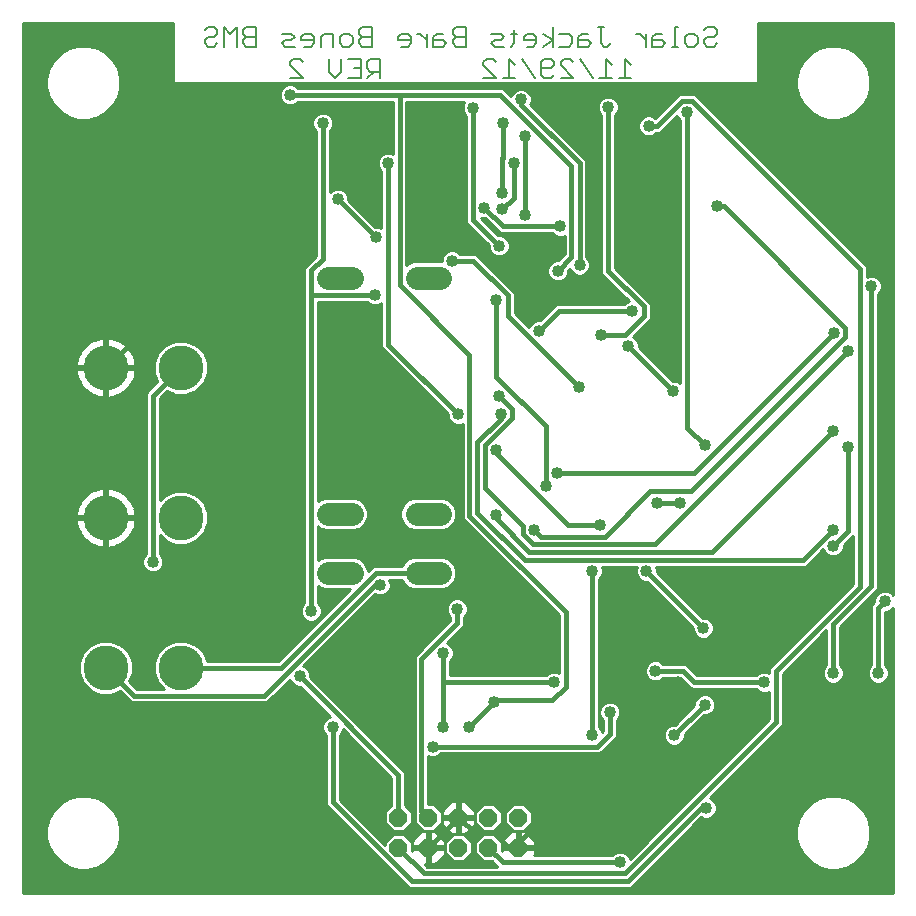
<source format=gbl>
G75*
G70*
%OFA0B0*%
%FSLAX24Y24*%
%IPPOS*%
%LPD*%
%AMOC8*
5,1,8,0,0,1.08239X$1,22.5*
%
%ADD10C,0.0060*%
%ADD11C,0.0780*%
%ADD12C,0.1500*%
%ADD13OC8,0.0600*%
%ADD14C,0.0160*%
%ADD15C,0.0400*%
%ADD16C,0.0100*%
D10*
X009567Y027835D02*
X009994Y027835D01*
X009567Y028262D01*
X009567Y028369D01*
X009673Y028476D01*
X009887Y028476D01*
X009994Y028369D01*
X010049Y028885D02*
X010263Y028885D01*
X010370Y028992D01*
X010370Y029205D01*
X010263Y029312D01*
X010049Y029312D01*
X009943Y029205D01*
X009943Y029099D01*
X010370Y029099D01*
X010587Y029205D02*
X010587Y028885D01*
X010587Y029205D02*
X010694Y029312D01*
X011014Y029312D01*
X011014Y028885D01*
X011232Y028992D02*
X011232Y029205D01*
X011338Y029312D01*
X011552Y029312D01*
X011659Y029205D01*
X011659Y028992D01*
X011552Y028885D01*
X011338Y028885D01*
X011232Y028992D01*
X011283Y028476D02*
X011283Y028049D01*
X011069Y027835D01*
X010856Y028049D01*
X010856Y028476D01*
X011500Y028476D02*
X011927Y028476D01*
X011927Y027835D01*
X011500Y027835D01*
X011714Y028155D02*
X011927Y028155D01*
X012145Y028155D02*
X012145Y028369D01*
X012252Y028476D01*
X012572Y028476D01*
X012572Y027835D01*
X012572Y028049D02*
X012252Y028049D01*
X012145Y028155D01*
X012358Y028049D02*
X012145Y027835D01*
X012303Y028885D02*
X011983Y028885D01*
X011876Y028992D01*
X011876Y029099D01*
X011983Y029205D01*
X012303Y029205D01*
X012303Y028885D02*
X012303Y029526D01*
X011983Y029526D01*
X011876Y029419D01*
X011876Y029312D01*
X011983Y029205D01*
X013165Y029205D02*
X013165Y029099D01*
X013592Y029099D01*
X013592Y029205D02*
X013592Y028992D01*
X013486Y028885D01*
X013272Y028885D01*
X013165Y029205D02*
X013272Y029312D01*
X013486Y029312D01*
X013592Y029205D01*
X013809Y029312D02*
X013916Y029312D01*
X014129Y029099D01*
X014129Y029312D02*
X014129Y028885D01*
X014347Y028885D02*
X014347Y029205D01*
X014454Y029312D01*
X014667Y029312D01*
X014667Y029099D02*
X014347Y029099D01*
X014347Y028885D02*
X014667Y028885D01*
X014774Y028992D01*
X014667Y029099D01*
X014992Y029099D02*
X015098Y029205D01*
X015419Y029205D01*
X015419Y028885D02*
X015098Y028885D01*
X014992Y028992D01*
X014992Y029099D01*
X015098Y029205D02*
X014992Y029312D01*
X014992Y029419D01*
X015098Y029526D01*
X015419Y029526D01*
X015419Y028885D01*
X016012Y028369D02*
X016119Y028476D01*
X016332Y028476D01*
X016439Y028369D01*
X016870Y028476D02*
X016870Y027835D01*
X016657Y027835D02*
X017084Y027835D01*
X017084Y028262D02*
X016870Y028476D01*
X017301Y028476D02*
X017728Y027835D01*
X017946Y027942D02*
X017946Y028369D01*
X018052Y028476D01*
X018266Y028476D01*
X018373Y028369D01*
X018373Y028262D01*
X018266Y028155D01*
X017946Y028155D01*
X017946Y027942D02*
X018052Y027835D01*
X018266Y027835D01*
X018373Y027942D01*
X018590Y027835D02*
X019017Y027835D01*
X018590Y028262D01*
X018590Y028369D01*
X018697Y028476D01*
X018911Y028476D01*
X019017Y028369D01*
X019235Y028476D02*
X019662Y027835D01*
X019879Y027835D02*
X020306Y027835D01*
X020093Y027835D02*
X020093Y028476D01*
X020306Y028262D01*
X020524Y027835D02*
X020951Y027835D01*
X020737Y027835D02*
X020737Y028476D01*
X020951Y028262D01*
X021434Y028885D02*
X021434Y029312D01*
X021434Y029099D02*
X021221Y029312D01*
X021114Y029312D01*
X021652Y029205D02*
X021652Y028885D01*
X021972Y028885D01*
X022079Y028992D01*
X021972Y029099D01*
X021652Y029099D01*
X021652Y029205D02*
X021759Y029312D01*
X021972Y029312D01*
X022402Y029526D02*
X022402Y028885D01*
X022509Y028885D02*
X022295Y028885D01*
X022726Y028992D02*
X022726Y029205D01*
X022833Y029312D01*
X023046Y029312D01*
X023153Y029205D01*
X023153Y028992D01*
X023046Y028885D01*
X022833Y028885D01*
X022726Y028992D01*
X022509Y029526D02*
X022402Y029526D01*
X023371Y029419D02*
X023477Y029526D01*
X023691Y029526D01*
X023798Y029419D01*
X023798Y029312D01*
X023691Y029205D01*
X023477Y029205D01*
X023371Y029099D01*
X023371Y028992D01*
X023477Y028885D01*
X023691Y028885D01*
X023798Y028992D01*
X020253Y028992D02*
X020146Y028885D01*
X020039Y028885D01*
X019932Y028992D01*
X019932Y029526D01*
X019826Y029526D02*
X020039Y029526D01*
X019501Y029312D02*
X019288Y029312D01*
X019181Y029205D01*
X019181Y028885D01*
X019501Y028885D01*
X019608Y028992D01*
X019501Y029099D01*
X019181Y029099D01*
X018964Y029205D02*
X018964Y028992D01*
X018857Y028885D01*
X018537Y028885D01*
X018319Y028885D02*
X018319Y029526D01*
X018537Y029312D02*
X018857Y029312D01*
X018964Y029205D01*
X018319Y029099D02*
X017999Y029312D01*
X017782Y029205D02*
X017782Y028992D01*
X017675Y028885D01*
X017462Y028885D01*
X017355Y029099D02*
X017782Y029099D01*
X017782Y029205D02*
X017675Y029312D01*
X017462Y029312D01*
X017355Y029205D01*
X017355Y029099D01*
X017137Y029312D02*
X016924Y029312D01*
X017031Y029419D02*
X017031Y028992D01*
X016924Y028885D01*
X016708Y028885D02*
X016387Y028885D01*
X016281Y028992D01*
X016387Y029099D01*
X016601Y029099D01*
X016708Y029205D01*
X016601Y029312D01*
X016281Y029312D01*
X016012Y028369D02*
X016012Y028262D01*
X016439Y027835D01*
X016012Y027835D01*
X017999Y028885D02*
X018319Y029099D01*
X009725Y029205D02*
X009618Y029312D01*
X009298Y029312D01*
X009405Y029099D02*
X009618Y029099D01*
X009725Y029205D01*
X009725Y028885D02*
X009405Y028885D01*
X009298Y028992D01*
X009405Y029099D01*
X008436Y029205D02*
X008116Y029205D01*
X008009Y029099D01*
X008009Y028992D01*
X008116Y028885D01*
X008436Y028885D01*
X008436Y029526D01*
X008116Y029526D01*
X008009Y029419D01*
X008009Y029312D01*
X008116Y029205D01*
X007791Y028885D02*
X007791Y029526D01*
X007578Y029312D01*
X007364Y029526D01*
X007364Y028885D01*
X007147Y028992D02*
X007040Y028885D01*
X006827Y028885D01*
X006720Y028992D01*
X006720Y029099D01*
X006827Y029205D01*
X007040Y029205D01*
X007147Y029312D01*
X007147Y029419D01*
X007040Y029526D01*
X006827Y029526D01*
X006720Y029419D01*
D11*
X010840Y021180D02*
X011620Y021180D01*
X013790Y021180D02*
X014570Y021180D01*
X014570Y013310D02*
X013790Y013310D01*
X013790Y011340D02*
X014570Y011340D01*
X011620Y011340D02*
X010840Y011340D01*
X010840Y013310D02*
X011620Y013310D01*
D12*
X005930Y013180D03*
X003430Y013180D03*
X003430Y018180D03*
X005930Y018180D03*
X005930Y008180D03*
X003430Y008180D03*
D13*
X013180Y003180D03*
X013180Y002180D03*
X014180Y002180D03*
X014180Y003180D03*
X015180Y003180D03*
X015180Y002180D03*
X016180Y002180D03*
X016180Y003180D03*
X017180Y003180D03*
X017180Y002180D03*
D14*
X017220Y002250D01*
X017220Y002410D01*
X022510Y007700D01*
X022670Y008080D02*
X021750Y008080D01*
X022670Y008080D02*
X023050Y007700D01*
X025380Y007700D01*
X025760Y008080D02*
X025760Y006360D01*
X020720Y001320D01*
X014040Y001320D01*
X013180Y002180D01*
X013180Y003180D02*
X013180Y004600D01*
X009890Y007890D01*
X009270Y008180D02*
X005930Y008180D01*
X004360Y007250D02*
X003430Y008180D01*
X004360Y007250D02*
X008710Y007250D01*
X012400Y010940D01*
X012570Y010940D01*
X012430Y011340D02*
X009270Y008180D01*
X010990Y006210D02*
X010990Y003690D01*
X013620Y001060D01*
X020830Y001060D01*
X023270Y003500D01*
X023440Y003500D01*
X022370Y005930D02*
X023390Y006950D01*
X025760Y008080D02*
X028560Y010880D01*
X028560Y021480D01*
X022960Y027080D01*
X022640Y027080D01*
X021800Y026240D01*
X021520Y026240D01*
X020180Y026860D02*
X020180Y021400D01*
X021360Y020220D01*
X021360Y019900D01*
X020720Y019260D01*
X019940Y019260D01*
X020850Y018900D02*
X022350Y017400D01*
X022800Y016180D02*
X023390Y015590D01*
X022800Y016180D02*
X022800Y026700D01*
X023800Y023560D02*
X024020Y023560D01*
X028070Y019510D01*
X028070Y019190D01*
X022940Y014060D01*
X021580Y014060D01*
X020070Y012550D01*
X017940Y012550D01*
X017710Y012780D01*
X017330Y012910D02*
X017330Y012620D01*
X017660Y012290D01*
X021720Y012290D01*
X028180Y018750D01*
X027690Y019350D02*
X023020Y014680D01*
X018470Y014680D01*
X018090Y014230D02*
X018090Y016230D01*
X016450Y017870D01*
X016450Y020430D01*
X016830Y020590D02*
X015670Y021750D01*
X014980Y021750D01*
X015130Y023110D02*
X013670Y023110D01*
X015130Y023110D02*
X017790Y020450D01*
X018490Y020450D01*
X018520Y020060D02*
X017870Y019410D01*
X018520Y020060D02*
X020980Y020060D01*
X019220Y021600D02*
X019220Y025000D01*
X017270Y026950D01*
X017270Y027120D01*
X016580Y027270D02*
X018950Y024900D01*
X018950Y021870D01*
X018490Y021410D01*
X018570Y022900D02*
X016660Y022900D01*
X016050Y023510D01*
X015670Y023110D02*
X016540Y022240D01*
X015670Y023110D02*
X015670Y026850D01*
X016580Y027270D02*
X013220Y027270D01*
X013220Y020940D01*
X015550Y018610D01*
X015550Y013240D01*
X018760Y010030D01*
X018760Y007540D01*
X018310Y007090D01*
X016440Y007090D01*
X016370Y007050D01*
X015530Y006210D01*
X014680Y006210D02*
X014680Y007700D01*
X018380Y007700D01*
X020230Y006690D02*
X020230Y005980D01*
X019800Y005550D01*
X014330Y005550D01*
X013950Y003410D02*
X014180Y003180D01*
X013950Y003410D02*
X013950Y008470D01*
X015140Y009660D01*
X015140Y010140D01*
X014180Y011340D02*
X012430Y011340D01*
X010270Y010060D02*
X010270Y020610D01*
X012400Y020610D01*
X012840Y018950D02*
X015170Y016620D01*
X015810Y015700D02*
X015810Y013350D01*
X017390Y011770D01*
X026670Y011770D01*
X027680Y012780D01*
X028180Y012740D02*
X028180Y015520D01*
X027680Y016060D02*
X023650Y012030D01*
X017550Y012030D01*
X016420Y013160D01*
X016420Y013280D01*
X016070Y014170D02*
X017330Y012910D01*
X018850Y012930D02*
X016450Y015330D01*
X016450Y015430D01*
X016070Y015590D02*
X016070Y014170D01*
X016070Y015590D02*
X016970Y016490D01*
X016970Y016810D01*
X016540Y017240D01*
X016590Y016650D02*
X016590Y016480D01*
X015810Y015700D01*
X018850Y012930D02*
X019910Y012930D01*
X019640Y011390D02*
X019640Y005930D01*
X016340Y002700D02*
X015690Y002700D01*
X015250Y003140D01*
X015180Y003180D01*
X014180Y002180D01*
X016180Y002180D02*
X016660Y001700D01*
X020560Y001700D01*
X017180Y002180D02*
X016860Y002180D01*
X016340Y002700D01*
X014680Y007700D02*
X014680Y008660D01*
X021450Y011390D02*
X023350Y009490D01*
X022570Y013680D02*
X021800Y013680D01*
X019200Y017540D02*
X016830Y019910D01*
X016830Y020590D01*
X017410Y023280D02*
X017410Y025900D01*
X016660Y026330D02*
X016660Y025170D01*
X016650Y025160D01*
X016650Y024010D01*
X017030Y023850D02*
X016640Y023460D01*
X017030Y023850D02*
X017030Y025000D01*
X013220Y027270D02*
X009580Y027270D01*
X010660Y026330D02*
X010660Y021810D01*
X010270Y021420D01*
X010270Y020610D01*
X012440Y022520D02*
X011160Y023800D01*
X012840Y025000D02*
X012840Y018950D01*
X007180Y021130D02*
X006380Y021130D01*
X003430Y018180D01*
X005000Y017250D02*
X005930Y018180D01*
X005000Y017250D02*
X005000Y011710D01*
X027680Y012240D02*
X028180Y012740D01*
X028940Y010890D02*
X028940Y020900D01*
X028940Y010890D02*
X027680Y009630D01*
X027680Y008000D01*
X029180Y008000D02*
X029180Y010180D01*
X029400Y010400D01*
D15*
X029400Y010400D03*
X027680Y012240D03*
X027680Y012780D03*
X028180Y015520D03*
X027680Y016060D03*
X028180Y018750D03*
X027690Y019350D03*
X028940Y020900D03*
X023800Y023560D03*
X021520Y026240D03*
X020180Y026860D03*
X022800Y026700D03*
X018570Y022900D03*
X017410Y023280D03*
X016640Y023460D03*
X016650Y024010D03*
X016050Y023510D03*
X016540Y022240D03*
X014980Y021750D03*
X013670Y023110D03*
X012440Y022520D03*
X011160Y023800D03*
X012840Y025000D03*
X010660Y026330D03*
X009580Y027270D03*
X015670Y026850D03*
X016660Y026330D03*
X017410Y025900D03*
X017030Y025000D03*
X017270Y027120D03*
X019220Y021600D03*
X018490Y021410D03*
X018490Y020450D03*
X017870Y019410D03*
X016450Y020430D03*
X019200Y017540D03*
X020850Y018900D03*
X019940Y019260D03*
X020980Y020060D03*
X022350Y017400D03*
X023390Y015590D03*
X022570Y013680D03*
X021800Y013680D03*
X019910Y012930D03*
X019640Y011390D03*
X021450Y011390D03*
X023350Y009490D03*
X021750Y008080D03*
X022510Y007700D03*
X023390Y006950D03*
X022370Y005930D03*
X020230Y006690D03*
X019640Y005930D03*
X018380Y007700D03*
X016370Y007050D03*
X015530Y006210D03*
X014680Y006210D03*
X014330Y005550D03*
X014680Y008660D03*
X015140Y010140D03*
X012570Y010940D03*
X010270Y010060D03*
X009890Y007890D03*
X010990Y006210D03*
X005000Y011710D03*
X012400Y020610D03*
X015170Y016620D03*
X016590Y016650D03*
X016540Y017240D03*
X016450Y015430D03*
X018090Y014230D03*
X018470Y014680D03*
X017710Y012780D03*
X016420Y013280D03*
X025380Y007700D03*
X027680Y008000D03*
X029180Y008000D03*
X023440Y003500D03*
X020560Y001700D03*
X007180Y021130D03*
D16*
X000680Y029680D02*
X000680Y000680D01*
X029680Y000680D01*
X029680Y010185D01*
X029598Y010103D01*
X029470Y010050D01*
X029410Y010050D01*
X029410Y008265D01*
X029477Y008198D01*
X029530Y008070D01*
X029530Y007930D01*
X029477Y007802D01*
X029378Y007703D01*
X029250Y007650D01*
X029110Y007650D01*
X028982Y007703D01*
X028883Y007802D01*
X028830Y007930D01*
X028830Y008070D01*
X028883Y008198D01*
X028950Y008265D01*
X028950Y010275D01*
X029050Y010375D01*
X029050Y010470D01*
X029103Y010598D01*
X029202Y010697D01*
X029330Y010750D01*
X029470Y010750D01*
X029598Y010697D01*
X029680Y010615D01*
X029680Y029680D01*
X025180Y029680D01*
X025180Y027680D01*
X005680Y027680D01*
X005680Y029680D01*
X000680Y029680D01*
X000680Y029632D02*
X005680Y029632D01*
X005680Y029533D02*
X000680Y029533D01*
X000680Y029435D02*
X005680Y029435D01*
X005680Y029336D02*
X000680Y029336D01*
X000680Y029238D02*
X005680Y029238D01*
X005680Y029139D02*
X000680Y029139D01*
X000680Y029041D02*
X005680Y029041D01*
X005680Y028942D02*
X000680Y028942D01*
X000680Y028844D02*
X002266Y028844D01*
X002205Y028827D02*
X001924Y028665D01*
X001695Y028436D01*
X001533Y028155D01*
X001449Y027842D01*
X001449Y027518D01*
X001533Y027205D01*
X001695Y026924D01*
X001924Y026695D01*
X002205Y026533D01*
X002518Y026449D01*
X002842Y026449D01*
X003155Y026533D01*
X003436Y026695D01*
X003665Y026924D01*
X003827Y027205D01*
X003911Y027518D01*
X003911Y027842D01*
X003827Y028155D01*
X003665Y028436D01*
X003436Y028665D01*
X003155Y028827D01*
X002842Y028911D01*
X002518Y028911D01*
X002205Y028827D01*
X002063Y028745D02*
X000680Y028745D01*
X000680Y028647D02*
X001906Y028647D01*
X001807Y028548D02*
X000680Y028548D01*
X000680Y028450D02*
X001709Y028450D01*
X001646Y028351D02*
X000680Y028351D01*
X000680Y028253D02*
X001589Y028253D01*
X001533Y028154D02*
X000680Y028154D01*
X000680Y028056D02*
X001506Y028056D01*
X001480Y027957D02*
X000680Y027957D01*
X000680Y027859D02*
X001453Y027859D01*
X001449Y027760D02*
X000680Y027760D01*
X000680Y027662D02*
X001449Y027662D01*
X001449Y027563D02*
X000680Y027563D01*
X000680Y027465D02*
X001463Y027465D01*
X001490Y027366D02*
X000680Y027366D01*
X000680Y027268D02*
X001516Y027268D01*
X001554Y027169D02*
X000680Y027169D01*
X000680Y027071D02*
X001610Y027071D01*
X001667Y026972D02*
X000680Y026972D01*
X000680Y026874D02*
X001746Y026874D01*
X001844Y026775D02*
X000680Y026775D01*
X000680Y026677D02*
X001956Y026677D01*
X002127Y026578D02*
X000680Y026578D01*
X000680Y026480D02*
X002404Y026480D01*
X002956Y026480D02*
X010343Y026480D01*
X010363Y026528D02*
X010310Y026400D01*
X010310Y026260D01*
X010363Y026132D01*
X010430Y026065D01*
X010430Y021905D01*
X010175Y021650D01*
X010040Y021515D01*
X010040Y010325D01*
X009973Y010258D01*
X009920Y010130D01*
X009920Y009990D01*
X009973Y009862D01*
X010072Y009763D01*
X010200Y009710D01*
X010340Y009710D01*
X010468Y009763D01*
X010567Y009862D01*
X010620Y009990D01*
X010620Y010130D01*
X010567Y010258D01*
X010500Y010325D01*
X010500Y010916D01*
X010534Y010882D01*
X010733Y010800D01*
X011565Y010800D01*
X009175Y008410D01*
X006809Y008410D01*
X006693Y008690D01*
X006440Y008943D01*
X006109Y009080D01*
X005751Y009080D01*
X005420Y008943D01*
X005167Y008690D01*
X005030Y008359D01*
X005030Y008001D01*
X005167Y007670D01*
X005357Y007480D01*
X004455Y007480D01*
X004214Y007721D01*
X004330Y008001D01*
X004330Y008359D01*
X004193Y008690D01*
X003940Y008943D01*
X003609Y009080D01*
X003251Y009080D01*
X002920Y008943D01*
X002667Y008690D01*
X002530Y008359D01*
X002530Y008001D01*
X002667Y007670D01*
X002920Y007417D01*
X003251Y007280D01*
X003609Y007280D01*
X003889Y007396D01*
X004265Y007020D01*
X008805Y007020D01*
X008940Y007155D01*
X009559Y007774D01*
X009593Y007692D01*
X009692Y007593D01*
X009820Y007540D01*
X009915Y007540D01*
X010902Y006552D01*
X010792Y006507D01*
X010693Y006408D01*
X010640Y006280D01*
X010640Y006140D01*
X010693Y006012D01*
X010760Y005945D01*
X010760Y003595D01*
X010895Y003460D01*
X013525Y000830D01*
X020925Y000830D01*
X021060Y000965D01*
X023282Y003187D01*
X023370Y003150D01*
X023510Y003150D01*
X023638Y003203D01*
X023737Y003302D01*
X023790Y003430D01*
X023790Y003570D01*
X023737Y003698D01*
X023638Y003797D01*
X023556Y003831D01*
X025990Y006265D01*
X025990Y007985D01*
X027450Y009445D01*
X027450Y008265D01*
X027383Y008198D01*
X027330Y008070D01*
X027330Y007930D01*
X027383Y007802D01*
X027482Y007703D01*
X027610Y007650D01*
X027750Y007650D01*
X027878Y007703D01*
X027977Y007802D01*
X028030Y007930D01*
X028030Y008070D01*
X027977Y008198D01*
X027910Y008265D01*
X027910Y009535D01*
X029035Y010660D01*
X029170Y010795D01*
X029170Y020635D01*
X029237Y020702D01*
X029290Y020830D01*
X029290Y020970D01*
X029237Y021098D01*
X029138Y021197D01*
X029010Y021250D01*
X028870Y021250D01*
X028790Y021217D01*
X028790Y021575D01*
X028655Y021710D01*
X023055Y027310D01*
X022545Y027310D01*
X022410Y027175D01*
X021745Y026510D01*
X021718Y026537D01*
X021590Y026590D01*
X021450Y026590D01*
X021322Y026537D01*
X021223Y026438D01*
X021170Y026310D01*
X021170Y026170D01*
X021223Y026042D01*
X021322Y025943D01*
X021450Y025890D01*
X021590Y025890D01*
X021718Y025943D01*
X021785Y026010D01*
X021895Y026010D01*
X022469Y026584D01*
X022503Y026502D01*
X022570Y026435D01*
X022570Y017675D01*
X022548Y017697D01*
X022420Y017750D01*
X022325Y017750D01*
X021200Y018875D01*
X021200Y018970D01*
X021147Y019098D01*
X021048Y019197D01*
X021001Y019216D01*
X021590Y019805D01*
X021590Y020315D01*
X021455Y020450D01*
X020410Y021495D01*
X020410Y026595D01*
X020477Y026662D01*
X020530Y026790D01*
X020530Y026930D01*
X020477Y027058D01*
X020378Y027157D01*
X020250Y027210D01*
X020110Y027210D01*
X019982Y027157D01*
X019883Y027058D01*
X019830Y026930D01*
X019830Y026790D01*
X019883Y026662D01*
X019950Y026595D01*
X019950Y021305D01*
X020864Y020391D01*
X020782Y020357D01*
X020715Y020290D01*
X018425Y020290D01*
X017895Y019760D01*
X017800Y019760D01*
X017672Y019707D01*
X017573Y019608D01*
X017539Y019526D01*
X017060Y020005D01*
X017060Y020685D01*
X015900Y021845D01*
X015765Y021980D01*
X015245Y021980D01*
X015178Y022047D01*
X015050Y022100D01*
X014910Y022100D01*
X014782Y022047D01*
X014683Y021948D01*
X014630Y021820D01*
X014630Y021720D01*
X013683Y021720D01*
X013484Y021638D01*
X013450Y021604D01*
X013450Y027040D01*
X015370Y027040D01*
X015320Y026920D01*
X015320Y026780D01*
X015373Y026652D01*
X015440Y026585D01*
X015440Y023015D01*
X016190Y022265D01*
X016190Y022170D01*
X016243Y022042D01*
X016342Y021943D01*
X016470Y021890D01*
X016610Y021890D01*
X016738Y021943D01*
X016837Y022042D01*
X016890Y022170D01*
X016890Y022310D01*
X016837Y022438D01*
X016738Y022537D01*
X016610Y022590D01*
X016515Y022590D01*
X015920Y023185D01*
X015980Y023160D01*
X016075Y023160D01*
X016430Y022805D01*
X016565Y022670D01*
X018305Y022670D01*
X018372Y022603D01*
X018500Y022550D01*
X018640Y022550D01*
X018720Y022583D01*
X018720Y021965D01*
X018515Y021760D01*
X018420Y021760D01*
X018292Y021707D01*
X018193Y021608D01*
X018140Y021480D01*
X018140Y021340D01*
X018193Y021212D01*
X018292Y021113D01*
X018420Y021060D01*
X018560Y021060D01*
X018688Y021113D01*
X018787Y021212D01*
X018840Y021340D01*
X018840Y021435D01*
X018889Y021484D01*
X018923Y021402D01*
X019022Y021303D01*
X019150Y021250D01*
X019290Y021250D01*
X019418Y021303D01*
X019517Y021402D01*
X019570Y021530D01*
X019570Y021670D01*
X019517Y021798D01*
X019450Y021865D01*
X019450Y025095D01*
X019315Y025230D01*
X017583Y026962D01*
X017620Y027050D01*
X017620Y027190D01*
X017567Y027318D01*
X017468Y027417D01*
X017340Y027470D01*
X017200Y027470D01*
X017072Y027417D01*
X016973Y027318D01*
X016939Y027236D01*
X016675Y027500D01*
X009845Y027500D01*
X009778Y027567D01*
X009650Y027620D01*
X009510Y027620D01*
X009382Y027567D01*
X009283Y027468D01*
X009230Y027340D01*
X009230Y027200D01*
X009283Y027072D01*
X009382Y026973D01*
X009510Y026920D01*
X009650Y026920D01*
X009778Y026973D01*
X009845Y027040D01*
X012990Y027040D01*
X012990Y025317D01*
X012910Y025350D01*
X012770Y025350D01*
X012642Y025297D01*
X012543Y025198D01*
X012490Y025070D01*
X012490Y024930D01*
X012543Y024802D01*
X012610Y024735D01*
X012610Y022828D01*
X012510Y022870D01*
X012415Y022870D01*
X011510Y023775D01*
X011510Y023870D01*
X011457Y023998D01*
X011358Y024097D01*
X011230Y024150D01*
X011090Y024150D01*
X010962Y024097D01*
X010890Y024025D01*
X010890Y026065D01*
X010957Y026132D01*
X011010Y026260D01*
X011010Y026400D01*
X010957Y026528D01*
X010858Y026627D01*
X010730Y026680D01*
X010590Y026680D01*
X010462Y026627D01*
X010363Y026528D01*
X010413Y026578D02*
X003233Y026578D01*
X003404Y026677D02*
X010582Y026677D01*
X010738Y026677D02*
X012990Y026677D01*
X012990Y026775D02*
X003516Y026775D01*
X003614Y026874D02*
X012990Y026874D01*
X012990Y026972D02*
X009775Y026972D01*
X009385Y026972D02*
X003693Y026972D01*
X003750Y027071D02*
X009284Y027071D01*
X009243Y027169D02*
X003806Y027169D01*
X003844Y027268D02*
X009230Y027268D01*
X009241Y027366D02*
X003870Y027366D01*
X003897Y027465D02*
X009282Y027465D01*
X009378Y027563D02*
X003911Y027563D01*
X003911Y027662D02*
X026449Y027662D01*
X026449Y027760D02*
X025180Y027760D01*
X025180Y027859D02*
X026453Y027859D01*
X026449Y027842D02*
X026449Y027518D01*
X026533Y027205D01*
X026695Y026924D01*
X026924Y026695D01*
X027205Y026533D01*
X027518Y026449D01*
X027842Y026449D01*
X028155Y026533D01*
X028436Y026695D01*
X028665Y026924D01*
X028827Y027205D01*
X028911Y027518D01*
X028911Y027842D01*
X028827Y028155D01*
X028665Y028436D01*
X028436Y028665D01*
X028155Y028827D01*
X027842Y028911D01*
X027518Y028911D01*
X027205Y028827D01*
X026924Y028665D01*
X026695Y028436D01*
X026533Y028155D01*
X026449Y027842D01*
X026480Y027957D02*
X025180Y027957D01*
X025180Y028056D02*
X026506Y028056D01*
X026533Y028154D02*
X025180Y028154D01*
X025180Y028253D02*
X026589Y028253D01*
X026646Y028351D02*
X025180Y028351D01*
X025180Y028450D02*
X026709Y028450D01*
X026807Y028548D02*
X025180Y028548D01*
X025180Y028647D02*
X026906Y028647D01*
X027063Y028745D02*
X025180Y028745D01*
X025180Y028844D02*
X027266Y028844D01*
X028094Y028844D02*
X029680Y028844D01*
X029680Y028942D02*
X025180Y028942D01*
X025180Y029041D02*
X029680Y029041D01*
X029680Y029139D02*
X025180Y029139D01*
X025180Y029238D02*
X029680Y029238D01*
X029680Y029336D02*
X025180Y029336D01*
X025180Y029435D02*
X029680Y029435D01*
X029680Y029533D02*
X025180Y029533D01*
X025180Y029632D02*
X029680Y029632D01*
X029680Y028745D02*
X028297Y028745D01*
X028454Y028647D02*
X029680Y028647D01*
X029680Y028548D02*
X028553Y028548D01*
X028651Y028450D02*
X029680Y028450D01*
X029680Y028351D02*
X028714Y028351D01*
X028771Y028253D02*
X029680Y028253D01*
X029680Y028154D02*
X028827Y028154D01*
X028854Y028056D02*
X029680Y028056D01*
X029680Y027957D02*
X028880Y027957D01*
X028907Y027859D02*
X029680Y027859D01*
X029680Y027760D02*
X028911Y027760D01*
X028911Y027662D02*
X029680Y027662D01*
X029680Y027563D02*
X028911Y027563D01*
X028897Y027465D02*
X029680Y027465D01*
X029680Y027366D02*
X028870Y027366D01*
X028844Y027268D02*
X029680Y027268D01*
X029680Y027169D02*
X028806Y027169D01*
X028750Y027071D02*
X029680Y027071D01*
X029680Y026972D02*
X028693Y026972D01*
X028614Y026874D02*
X029680Y026874D01*
X029680Y026775D02*
X028516Y026775D01*
X028404Y026677D02*
X029680Y026677D01*
X029680Y026578D02*
X028233Y026578D01*
X027956Y026480D02*
X029680Y026480D01*
X029680Y026381D02*
X023984Y026381D01*
X023886Y026480D02*
X027404Y026480D01*
X027127Y026578D02*
X023787Y026578D01*
X023689Y026677D02*
X026956Y026677D01*
X026844Y026775D02*
X023590Y026775D01*
X023492Y026874D02*
X026746Y026874D01*
X026667Y026972D02*
X023393Y026972D01*
X023295Y027071D02*
X026610Y027071D01*
X026554Y027169D02*
X023196Y027169D01*
X023098Y027268D02*
X026516Y027268D01*
X026490Y027366D02*
X017519Y027366D01*
X017588Y027268D02*
X022502Y027268D01*
X022404Y027169D02*
X020348Y027169D01*
X020464Y027071D02*
X022305Y027071D01*
X022207Y026972D02*
X020512Y026972D01*
X020530Y026874D02*
X022108Y026874D01*
X022010Y026775D02*
X020524Y026775D01*
X020483Y026677D02*
X021911Y026677D01*
X021813Y026578D02*
X021618Y026578D01*
X021422Y026578D02*
X020410Y026578D01*
X020410Y026480D02*
X021265Y026480D01*
X021200Y026381D02*
X020410Y026381D01*
X020410Y026283D02*
X021170Y026283D01*
X021170Y026184D02*
X020410Y026184D01*
X020410Y026086D02*
X021205Y026086D01*
X021278Y025987D02*
X020410Y025987D01*
X020410Y025889D02*
X022570Y025889D01*
X022570Y025987D02*
X021762Y025987D01*
X021971Y026086D02*
X022570Y026086D01*
X022570Y026184D02*
X022069Y026184D01*
X022168Y026283D02*
X022570Y026283D01*
X022570Y026381D02*
X022266Y026381D01*
X022365Y026480D02*
X022525Y026480D01*
X022472Y026578D02*
X022463Y026578D01*
X022570Y025790D02*
X020410Y025790D01*
X020410Y025692D02*
X022570Y025692D01*
X022570Y025593D02*
X020410Y025593D01*
X020410Y025495D02*
X022570Y025495D01*
X022570Y025396D02*
X020410Y025396D01*
X020410Y025298D02*
X022570Y025298D01*
X022570Y025199D02*
X020410Y025199D01*
X020410Y025101D02*
X022570Y025101D01*
X022570Y025002D02*
X020410Y025002D01*
X020410Y024904D02*
X022570Y024904D01*
X022570Y024805D02*
X020410Y024805D01*
X020410Y024707D02*
X022570Y024707D01*
X022570Y024608D02*
X020410Y024608D01*
X020410Y024510D02*
X022570Y024510D01*
X022570Y024411D02*
X020410Y024411D01*
X020410Y024313D02*
X022570Y024313D01*
X022570Y024214D02*
X020410Y024214D01*
X020410Y024116D02*
X022570Y024116D01*
X022570Y024017D02*
X020410Y024017D01*
X020410Y023919D02*
X022570Y023919D01*
X022570Y023820D02*
X020410Y023820D01*
X020410Y023722D02*
X022570Y023722D01*
X022570Y023623D02*
X020410Y023623D01*
X020410Y023525D02*
X022570Y023525D01*
X022570Y023426D02*
X020410Y023426D01*
X020410Y023328D02*
X022570Y023328D01*
X022570Y023229D02*
X020410Y023229D01*
X020410Y023131D02*
X022570Y023131D01*
X022570Y023032D02*
X020410Y023032D01*
X020410Y022934D02*
X022570Y022934D01*
X022570Y022835D02*
X020410Y022835D01*
X020410Y022737D02*
X022570Y022737D01*
X022570Y022638D02*
X020410Y022638D01*
X020410Y022540D02*
X022570Y022540D01*
X022570Y022441D02*
X020410Y022441D01*
X020410Y022343D02*
X022570Y022343D01*
X022570Y022244D02*
X020410Y022244D01*
X020410Y022146D02*
X022570Y022146D01*
X022570Y022047D02*
X020410Y022047D01*
X020410Y021949D02*
X022570Y021949D01*
X022570Y021850D02*
X020410Y021850D01*
X020410Y021752D02*
X022570Y021752D01*
X022570Y021653D02*
X020410Y021653D01*
X020410Y021555D02*
X022570Y021555D01*
X022570Y021456D02*
X020449Y021456D01*
X020548Y021358D02*
X022570Y021358D01*
X022570Y021259D02*
X020646Y021259D01*
X020745Y021161D02*
X022570Y021161D01*
X022570Y021062D02*
X020843Y021062D01*
X020942Y020964D02*
X022570Y020964D01*
X022570Y020865D02*
X021040Y020865D01*
X021139Y020767D02*
X022570Y020767D01*
X022570Y020668D02*
X021237Y020668D01*
X021336Y020570D02*
X022570Y020570D01*
X022570Y020471D02*
X021434Y020471D01*
X021533Y020373D02*
X022570Y020373D01*
X022570Y020274D02*
X021590Y020274D01*
X021590Y020176D02*
X022570Y020176D01*
X022570Y020077D02*
X021590Y020077D01*
X021590Y019979D02*
X022570Y019979D01*
X022570Y019880D02*
X021590Y019880D01*
X021567Y019782D02*
X022570Y019782D01*
X022570Y019683D02*
X021468Y019683D01*
X021370Y019585D02*
X022570Y019585D01*
X022570Y019486D02*
X021271Y019486D01*
X021173Y019388D02*
X022570Y019388D01*
X022570Y019289D02*
X021074Y019289D01*
X021054Y019191D02*
X022570Y019191D01*
X022570Y019092D02*
X021149Y019092D01*
X021190Y018994D02*
X022570Y018994D01*
X022570Y018895D02*
X021200Y018895D01*
X021279Y018797D02*
X022570Y018797D01*
X022570Y018698D02*
X021377Y018698D01*
X021476Y018600D02*
X022570Y018600D01*
X022570Y018501D02*
X021574Y018501D01*
X021673Y018403D02*
X022570Y018403D01*
X022570Y018304D02*
X021771Y018304D01*
X021870Y018206D02*
X022570Y018206D01*
X022570Y018107D02*
X021968Y018107D01*
X022067Y018009D02*
X022570Y018009D01*
X022570Y017910D02*
X022165Y017910D01*
X022264Y017812D02*
X022570Y017812D01*
X022570Y017713D02*
X022509Y017713D01*
X020820Y020373D02*
X017060Y020373D01*
X017060Y020471D02*
X020784Y020471D01*
X020685Y020570D02*
X017060Y020570D01*
X017060Y020668D02*
X020587Y020668D01*
X020488Y020767D02*
X016979Y020767D01*
X016880Y020865D02*
X020390Y020865D01*
X020291Y020964D02*
X016782Y020964D01*
X016683Y021062D02*
X018415Y021062D01*
X018565Y021062D02*
X020193Y021062D01*
X020094Y021161D02*
X018736Y021161D01*
X018806Y021259D02*
X019129Y021259D01*
X019311Y021259D02*
X019996Y021259D01*
X019950Y021358D02*
X019473Y021358D01*
X019539Y021456D02*
X019950Y021456D01*
X019950Y021555D02*
X019570Y021555D01*
X019570Y021653D02*
X019950Y021653D01*
X019950Y021752D02*
X019536Y021752D01*
X019465Y021850D02*
X019950Y021850D01*
X019950Y021949D02*
X019450Y021949D01*
X019450Y022047D02*
X019950Y022047D01*
X019950Y022146D02*
X019450Y022146D01*
X019450Y022244D02*
X019950Y022244D01*
X019950Y022343D02*
X019450Y022343D01*
X019450Y022441D02*
X019950Y022441D01*
X019950Y022540D02*
X019450Y022540D01*
X019450Y022638D02*
X019950Y022638D01*
X019950Y022737D02*
X019450Y022737D01*
X019450Y022835D02*
X019950Y022835D01*
X019950Y022934D02*
X019450Y022934D01*
X019450Y023032D02*
X019950Y023032D01*
X019950Y023131D02*
X019450Y023131D01*
X019450Y023229D02*
X019950Y023229D01*
X019950Y023328D02*
X019450Y023328D01*
X019450Y023426D02*
X019950Y023426D01*
X019950Y023525D02*
X019450Y023525D01*
X019450Y023623D02*
X019950Y023623D01*
X019950Y023722D02*
X019450Y023722D01*
X019450Y023820D02*
X019950Y023820D01*
X019950Y023919D02*
X019450Y023919D01*
X019450Y024017D02*
X019950Y024017D01*
X019950Y024116D02*
X019450Y024116D01*
X019450Y024214D02*
X019950Y024214D01*
X019950Y024313D02*
X019450Y024313D01*
X019450Y024411D02*
X019950Y024411D01*
X019950Y024510D02*
X019450Y024510D01*
X019450Y024608D02*
X019950Y024608D01*
X019950Y024707D02*
X019450Y024707D01*
X019450Y024805D02*
X019950Y024805D01*
X019950Y024904D02*
X019450Y024904D01*
X019450Y025002D02*
X019950Y025002D01*
X019950Y025101D02*
X019445Y025101D01*
X019346Y025199D02*
X019950Y025199D01*
X019950Y025298D02*
X019248Y025298D01*
X019149Y025396D02*
X019950Y025396D01*
X019950Y025495D02*
X019051Y025495D01*
X018952Y025593D02*
X019950Y025593D01*
X019950Y025692D02*
X018854Y025692D01*
X018755Y025790D02*
X019950Y025790D01*
X019950Y025889D02*
X018657Y025889D01*
X018558Y025987D02*
X019950Y025987D01*
X019950Y026086D02*
X018460Y026086D01*
X018361Y026184D02*
X019950Y026184D01*
X019950Y026283D02*
X018263Y026283D01*
X018164Y026381D02*
X019950Y026381D01*
X019950Y026480D02*
X018066Y026480D01*
X017967Y026578D02*
X019950Y026578D01*
X019877Y026677D02*
X017869Y026677D01*
X017770Y026775D02*
X019836Y026775D01*
X019830Y026874D02*
X017672Y026874D01*
X017588Y026972D02*
X019848Y026972D01*
X019896Y027071D02*
X017620Y027071D01*
X017620Y027169D02*
X020012Y027169D01*
X017353Y027465D02*
X026463Y027465D01*
X026449Y027563D02*
X009782Y027563D01*
X010907Y026578D02*
X012990Y026578D01*
X012990Y026480D02*
X010977Y026480D01*
X011010Y026381D02*
X012990Y026381D01*
X012990Y026283D02*
X011010Y026283D01*
X010978Y026184D02*
X012990Y026184D01*
X012990Y026086D02*
X010911Y026086D01*
X010890Y025987D02*
X012990Y025987D01*
X012990Y025889D02*
X010890Y025889D01*
X010890Y025790D02*
X012990Y025790D01*
X012990Y025692D02*
X010890Y025692D01*
X010890Y025593D02*
X012990Y025593D01*
X012990Y025495D02*
X010890Y025495D01*
X010890Y025396D02*
X012990Y025396D01*
X012644Y025298D02*
X010890Y025298D01*
X010890Y025199D02*
X012544Y025199D01*
X012503Y025101D02*
X010890Y025101D01*
X010890Y025002D02*
X012490Y025002D01*
X012501Y024904D02*
X010890Y024904D01*
X010890Y024805D02*
X012542Y024805D01*
X012610Y024707D02*
X010890Y024707D01*
X010890Y024608D02*
X012610Y024608D01*
X012610Y024510D02*
X010890Y024510D01*
X010890Y024411D02*
X012610Y024411D01*
X012610Y024313D02*
X010890Y024313D01*
X010890Y024214D02*
X012610Y024214D01*
X012610Y024116D02*
X011313Y024116D01*
X011438Y024017D02*
X012610Y024017D01*
X012610Y023919D02*
X011490Y023919D01*
X011510Y023820D02*
X012610Y023820D01*
X012610Y023722D02*
X011564Y023722D01*
X011662Y023623D02*
X012610Y023623D01*
X012610Y023525D02*
X011761Y023525D01*
X011859Y023426D02*
X012610Y023426D01*
X012610Y023328D02*
X011958Y023328D01*
X012056Y023229D02*
X012610Y023229D01*
X012610Y023131D02*
X012155Y023131D01*
X012253Y023032D02*
X012610Y023032D01*
X012610Y022934D02*
X012352Y022934D01*
X012594Y022835D02*
X012610Y022835D01*
X013450Y022835D02*
X015620Y022835D01*
X015718Y022737D02*
X013450Y022737D01*
X013450Y022638D02*
X015817Y022638D01*
X015915Y022540D02*
X013450Y022540D01*
X013450Y022441D02*
X016014Y022441D01*
X016112Y022343D02*
X013450Y022343D01*
X013450Y022244D02*
X016190Y022244D01*
X016200Y022146D02*
X013450Y022146D01*
X013450Y022047D02*
X014783Y022047D01*
X014684Y021949D02*
X013450Y021949D01*
X013450Y021850D02*
X014643Y021850D01*
X014630Y021752D02*
X013450Y021752D01*
X013450Y021653D02*
X013521Y021653D01*
X013450Y022934D02*
X015521Y022934D01*
X015440Y023032D02*
X013450Y023032D01*
X013450Y023131D02*
X015440Y023131D01*
X015440Y023229D02*
X013450Y023229D01*
X013450Y023328D02*
X015440Y023328D01*
X015440Y023426D02*
X013450Y023426D01*
X013450Y023525D02*
X015440Y023525D01*
X015440Y023623D02*
X013450Y023623D01*
X013450Y023722D02*
X015440Y023722D01*
X015440Y023820D02*
X013450Y023820D01*
X013450Y023919D02*
X015440Y023919D01*
X015440Y024017D02*
X013450Y024017D01*
X013450Y024116D02*
X015440Y024116D01*
X015440Y024214D02*
X013450Y024214D01*
X013450Y024313D02*
X015440Y024313D01*
X015440Y024411D02*
X013450Y024411D01*
X013450Y024510D02*
X015440Y024510D01*
X015440Y024608D02*
X013450Y024608D01*
X013450Y024707D02*
X015440Y024707D01*
X015440Y024805D02*
X013450Y024805D01*
X013450Y024904D02*
X015440Y024904D01*
X015440Y025002D02*
X013450Y025002D01*
X013450Y025101D02*
X015440Y025101D01*
X015440Y025199D02*
X013450Y025199D01*
X013450Y025298D02*
X015440Y025298D01*
X015440Y025396D02*
X013450Y025396D01*
X013450Y025495D02*
X015440Y025495D01*
X015440Y025593D02*
X013450Y025593D01*
X013450Y025692D02*
X015440Y025692D01*
X015440Y025790D02*
X013450Y025790D01*
X013450Y025889D02*
X015440Y025889D01*
X015440Y025987D02*
X013450Y025987D01*
X013450Y026086D02*
X015440Y026086D01*
X015440Y026184D02*
X013450Y026184D01*
X013450Y026283D02*
X015440Y026283D01*
X015440Y026381D02*
X013450Y026381D01*
X013450Y026480D02*
X015440Y026480D01*
X015440Y026578D02*
X013450Y026578D01*
X013450Y026677D02*
X015363Y026677D01*
X015322Y026775D02*
X013450Y026775D01*
X013450Y026874D02*
X015320Y026874D01*
X015342Y026972D02*
X013450Y026972D01*
X011007Y024116D02*
X010890Y024116D01*
X010430Y024116D02*
X000680Y024116D01*
X000680Y024214D02*
X010430Y024214D01*
X010430Y024313D02*
X000680Y024313D01*
X000680Y024411D02*
X010430Y024411D01*
X010430Y024510D02*
X000680Y024510D01*
X000680Y024608D02*
X010430Y024608D01*
X010430Y024707D02*
X000680Y024707D01*
X000680Y024805D02*
X010430Y024805D01*
X010430Y024904D02*
X000680Y024904D01*
X000680Y025002D02*
X010430Y025002D01*
X010430Y025101D02*
X000680Y025101D01*
X000680Y025199D02*
X010430Y025199D01*
X010430Y025298D02*
X000680Y025298D01*
X000680Y025396D02*
X010430Y025396D01*
X010430Y025495D02*
X000680Y025495D01*
X000680Y025593D02*
X010430Y025593D01*
X010430Y025692D02*
X000680Y025692D01*
X000680Y025790D02*
X010430Y025790D01*
X010430Y025889D02*
X000680Y025889D01*
X000680Y025987D02*
X010430Y025987D01*
X010409Y026086D02*
X000680Y026086D01*
X000680Y026184D02*
X010342Y026184D01*
X010310Y026283D02*
X000680Y026283D01*
X000680Y026381D02*
X010310Y026381D01*
X010430Y024017D02*
X000680Y024017D01*
X000680Y023919D02*
X010430Y023919D01*
X010430Y023820D02*
X000680Y023820D01*
X000680Y023722D02*
X010430Y023722D01*
X010430Y023623D02*
X000680Y023623D01*
X000680Y023525D02*
X010430Y023525D01*
X010430Y023426D02*
X000680Y023426D01*
X000680Y023328D02*
X010430Y023328D01*
X010430Y023229D02*
X000680Y023229D01*
X000680Y023131D02*
X010430Y023131D01*
X010430Y023032D02*
X000680Y023032D01*
X000680Y022934D02*
X010430Y022934D01*
X010430Y022835D02*
X000680Y022835D01*
X000680Y022737D02*
X010430Y022737D01*
X010430Y022638D02*
X000680Y022638D01*
X000680Y022540D02*
X010430Y022540D01*
X010430Y022441D02*
X000680Y022441D01*
X000680Y022343D02*
X010430Y022343D01*
X010430Y022244D02*
X000680Y022244D01*
X000680Y022146D02*
X010430Y022146D01*
X010430Y022047D02*
X000680Y022047D01*
X000680Y021949D02*
X010430Y021949D01*
X010375Y021850D02*
X000680Y021850D01*
X000680Y021752D02*
X010276Y021752D01*
X010178Y021653D02*
X000680Y021653D01*
X000680Y021555D02*
X010079Y021555D01*
X010040Y021456D02*
X000680Y021456D01*
X000680Y021358D02*
X010040Y021358D01*
X010040Y021259D02*
X000680Y021259D01*
X000680Y021161D02*
X010040Y021161D01*
X010040Y021062D02*
X000680Y021062D01*
X000680Y020964D02*
X010040Y020964D01*
X010040Y020865D02*
X000680Y020865D01*
X000680Y020767D02*
X010040Y020767D01*
X010040Y020668D02*
X000680Y020668D01*
X000680Y020570D02*
X010040Y020570D01*
X010040Y020471D02*
X000680Y020471D01*
X000680Y020373D02*
X010040Y020373D01*
X010040Y020274D02*
X000680Y020274D01*
X000680Y020176D02*
X010040Y020176D01*
X010040Y020077D02*
X000680Y020077D01*
X000680Y019979D02*
X010040Y019979D01*
X010040Y019880D02*
X000680Y019880D01*
X000680Y019782D02*
X010040Y019782D01*
X010040Y019683D02*
X000680Y019683D01*
X000680Y019585D02*
X010040Y019585D01*
X010040Y019486D02*
X000680Y019486D01*
X000680Y019388D02*
X010040Y019388D01*
X010040Y019289D02*
X000680Y019289D01*
X000680Y019191D02*
X010040Y019191D01*
X010040Y019092D02*
X003841Y019092D01*
X003813Y019105D02*
X003707Y019142D01*
X003598Y019167D01*
X003486Y019180D01*
X003480Y019180D01*
X003480Y018230D01*
X004430Y018230D01*
X004430Y018236D01*
X004417Y018348D01*
X004392Y018457D01*
X004355Y018563D01*
X004307Y018664D01*
X004247Y018760D01*
X004177Y018847D01*
X004097Y018927D01*
X004010Y018997D01*
X003914Y019057D01*
X003813Y019105D01*
X004014Y018994D02*
X005542Y018994D01*
X005420Y018943D02*
X005751Y019080D01*
X006109Y019080D01*
X006440Y018943D01*
X006693Y018690D01*
X006830Y018359D01*
X006830Y018001D01*
X006693Y017670D01*
X006440Y017417D01*
X006109Y017280D01*
X005751Y017280D01*
X005471Y017396D01*
X005230Y017155D01*
X005230Y013753D01*
X005420Y013943D01*
X005751Y014080D01*
X006109Y014080D01*
X006440Y013943D01*
X006693Y013690D01*
X006830Y013359D01*
X006830Y013001D01*
X006693Y012670D01*
X006440Y012417D01*
X006109Y012280D01*
X005751Y012280D01*
X005420Y012417D01*
X005230Y012607D01*
X005230Y011975D01*
X005297Y011908D01*
X005350Y011780D01*
X005350Y011640D01*
X005297Y011512D01*
X005198Y011413D01*
X005070Y011360D01*
X004930Y011360D01*
X004802Y011413D01*
X004703Y011512D01*
X004650Y011640D01*
X004650Y011780D01*
X004703Y011908D01*
X004770Y011975D01*
X004770Y017345D01*
X005146Y017721D01*
X005030Y018001D01*
X005030Y018359D01*
X005167Y018690D01*
X005420Y018943D01*
X005372Y018895D02*
X004129Y018895D01*
X004217Y018797D02*
X005274Y018797D01*
X005175Y018698D02*
X004286Y018698D01*
X004338Y018600D02*
X005130Y018600D01*
X005089Y018501D02*
X004377Y018501D01*
X004405Y018403D02*
X005048Y018403D01*
X005030Y018304D02*
X004422Y018304D01*
X004430Y018130D02*
X003480Y018130D01*
X003480Y018230D01*
X003380Y018230D01*
X003380Y019180D01*
X003374Y019180D01*
X003262Y019167D01*
X003153Y019142D01*
X003047Y019105D01*
X002946Y019057D01*
X002850Y018997D01*
X002763Y018927D01*
X002683Y018847D01*
X002613Y018760D01*
X002553Y018664D01*
X002505Y018563D01*
X002468Y018457D01*
X002443Y018348D01*
X002430Y018236D01*
X002430Y018230D01*
X003380Y018230D01*
X003380Y018130D01*
X003480Y018130D01*
X003480Y017180D01*
X003486Y017180D01*
X003598Y017193D01*
X003707Y017218D01*
X003813Y017255D01*
X003914Y017303D01*
X004010Y017363D01*
X004097Y017433D01*
X004177Y017513D01*
X004247Y017600D01*
X004307Y017696D01*
X004355Y017797D01*
X004392Y017903D01*
X004417Y018012D01*
X004430Y018124D01*
X004430Y018130D01*
X004428Y018107D02*
X005030Y018107D01*
X005030Y018009D02*
X004417Y018009D01*
X004394Y017910D02*
X005068Y017910D01*
X005108Y017812D02*
X004361Y017812D01*
X004315Y017713D02*
X005138Y017713D01*
X005039Y017615D02*
X004256Y017615D01*
X004180Y017516D02*
X004941Y017516D01*
X004842Y017418D02*
X004078Y017418D01*
X003939Y017319D02*
X004770Y017319D01*
X004770Y017221D02*
X003716Y017221D01*
X003480Y017221D02*
X003380Y017221D01*
X003380Y017180D02*
X003380Y018130D01*
X002430Y018130D01*
X002430Y018124D01*
X002443Y018012D01*
X002468Y017903D01*
X002505Y017797D01*
X002553Y017696D01*
X002613Y017600D01*
X002683Y017513D01*
X002763Y017433D01*
X002850Y017363D01*
X002946Y017303D01*
X003047Y017255D01*
X003153Y017218D01*
X003262Y017193D01*
X003374Y017180D01*
X003380Y017180D01*
X003380Y017319D02*
X003480Y017319D01*
X003480Y017418D02*
X003380Y017418D01*
X003380Y017516D02*
X003480Y017516D01*
X003480Y017615D02*
X003380Y017615D01*
X003380Y017713D02*
X003480Y017713D01*
X003480Y017812D02*
X003380Y017812D01*
X003380Y017910D02*
X003480Y017910D01*
X003480Y018009D02*
X003380Y018009D01*
X003380Y018107D02*
X003480Y018107D01*
X003480Y018206D02*
X005030Y018206D01*
X005394Y017319D02*
X005657Y017319D01*
X005296Y017221D02*
X010040Y017221D01*
X010040Y017319D02*
X006203Y017319D01*
X006440Y017418D02*
X010040Y017418D01*
X010040Y017516D02*
X006539Y017516D01*
X006637Y017615D02*
X010040Y017615D01*
X010040Y017713D02*
X006711Y017713D01*
X006752Y017812D02*
X010040Y017812D01*
X010040Y017910D02*
X006792Y017910D01*
X006830Y018009D02*
X010040Y018009D01*
X010040Y018107D02*
X006830Y018107D01*
X006830Y018206D02*
X010040Y018206D01*
X010040Y018304D02*
X006830Y018304D01*
X006812Y018403D02*
X010040Y018403D01*
X010040Y018501D02*
X006771Y018501D01*
X006730Y018600D02*
X010040Y018600D01*
X010040Y018698D02*
X006685Y018698D01*
X006586Y018797D02*
X010040Y018797D01*
X010040Y018895D02*
X006488Y018895D01*
X006318Y018994D02*
X010040Y018994D01*
X010500Y018994D02*
X012610Y018994D01*
X012610Y019092D02*
X010500Y019092D01*
X010500Y019191D02*
X012610Y019191D01*
X012610Y019289D02*
X010500Y019289D01*
X010500Y019388D02*
X012610Y019388D01*
X012610Y019486D02*
X010500Y019486D01*
X010500Y019585D02*
X012610Y019585D01*
X012610Y019683D02*
X010500Y019683D01*
X010500Y019782D02*
X012610Y019782D01*
X012610Y019880D02*
X010500Y019880D01*
X010500Y019979D02*
X012610Y019979D01*
X012610Y020077D02*
X010500Y020077D01*
X010500Y020176D02*
X012610Y020176D01*
X012610Y020274D02*
X012504Y020274D01*
X012470Y020260D02*
X012598Y020313D01*
X012610Y020325D01*
X012610Y018855D01*
X014820Y016645D01*
X014820Y016550D01*
X014873Y016422D01*
X014972Y016323D01*
X015100Y016270D01*
X015240Y016270D01*
X015320Y016303D01*
X015320Y013145D01*
X015455Y013010D01*
X018530Y009935D01*
X018530Y008017D01*
X018450Y008050D01*
X018310Y008050D01*
X018182Y007997D01*
X018115Y007930D01*
X014910Y007930D01*
X014910Y008395D01*
X014977Y008462D01*
X015030Y008590D01*
X015030Y008730D01*
X014977Y008858D01*
X014878Y008957D01*
X014796Y008991D01*
X015370Y009565D01*
X015370Y009875D01*
X015437Y009942D01*
X015490Y010070D01*
X015490Y010210D01*
X015437Y010338D01*
X015338Y010437D01*
X015210Y010490D01*
X015070Y010490D01*
X014942Y010437D01*
X014843Y010338D01*
X014790Y010210D01*
X014790Y010070D01*
X014843Y009942D01*
X014910Y009875D01*
X014910Y009755D01*
X013855Y008700D01*
X013720Y008565D01*
X013720Y003315D01*
X013730Y003305D01*
X013730Y002994D01*
X013994Y002730D01*
X014366Y002730D01*
X014630Y002994D01*
X014630Y003366D01*
X014366Y003630D01*
X014180Y003630D01*
X014180Y005233D01*
X014260Y005200D01*
X014400Y005200D01*
X014528Y005253D01*
X014595Y005320D01*
X019895Y005320D01*
X020325Y005750D01*
X020460Y005885D01*
X020460Y006425D01*
X020527Y006492D01*
X020580Y006620D01*
X020580Y006760D01*
X020527Y006888D01*
X020428Y006987D01*
X020300Y007040D01*
X020160Y007040D01*
X020032Y006987D01*
X019933Y006888D01*
X019880Y006760D01*
X019880Y006620D01*
X019933Y006492D01*
X020000Y006425D01*
X020000Y006075D01*
X019971Y006046D01*
X019937Y006128D01*
X019870Y006195D01*
X019870Y011125D01*
X019937Y011192D01*
X019990Y011320D01*
X019990Y011460D01*
X019957Y011540D01*
X021133Y011540D01*
X021100Y011460D01*
X021100Y011320D01*
X021153Y011192D01*
X021252Y011093D01*
X021380Y011040D01*
X021475Y011040D01*
X023000Y009515D01*
X023000Y009420D01*
X023053Y009292D01*
X023152Y009193D01*
X023280Y009140D01*
X023420Y009140D01*
X023548Y009193D01*
X023647Y009292D01*
X023700Y009420D01*
X023700Y009560D01*
X023647Y009688D01*
X023548Y009787D01*
X023420Y009840D01*
X023325Y009840D01*
X021800Y011365D01*
X021800Y011460D01*
X021767Y011540D01*
X026765Y011540D01*
X027349Y012124D01*
X027383Y012042D01*
X027482Y011943D01*
X027610Y011890D01*
X027750Y011890D01*
X027878Y011943D01*
X027977Y012042D01*
X028030Y012170D01*
X028030Y012265D01*
X028275Y012510D01*
X028330Y012565D01*
X028330Y010975D01*
X025665Y008310D01*
X025530Y008175D01*
X025530Y008017D01*
X025450Y008050D01*
X025310Y008050D01*
X025182Y007997D01*
X025115Y007930D01*
X023145Y007930D01*
X022900Y008175D01*
X022765Y008310D01*
X022015Y008310D01*
X021948Y008377D01*
X021820Y008430D01*
X021680Y008430D01*
X021552Y008377D01*
X021453Y008278D01*
X021400Y008150D01*
X021400Y008010D01*
X021453Y007882D01*
X021552Y007783D01*
X021680Y007730D01*
X021820Y007730D01*
X021948Y007783D01*
X022015Y007850D01*
X022575Y007850D01*
X022955Y007470D01*
X025115Y007470D01*
X025182Y007403D01*
X025310Y007350D01*
X025450Y007350D01*
X025530Y007383D01*
X025530Y006455D01*
X020891Y001816D01*
X020857Y001898D01*
X020758Y001997D01*
X020630Y002050D01*
X020490Y002050D01*
X020362Y001997D01*
X020295Y001930D01*
X017708Y001930D01*
X017730Y001952D01*
X017730Y002130D01*
X017230Y002130D01*
X017230Y002230D01*
X017130Y002230D01*
X017130Y002730D01*
X016952Y002730D01*
X016630Y002408D01*
X016630Y002230D01*
X017130Y002230D01*
X017130Y002130D01*
X016630Y002130D01*
X016630Y002055D01*
X016630Y002055D01*
X016630Y002366D01*
X016366Y002630D01*
X015994Y002630D01*
X015730Y002366D01*
X015730Y001994D01*
X015994Y001730D01*
X016305Y001730D01*
X016485Y001550D01*
X014135Y001550D01*
X014055Y001630D01*
X014130Y001630D01*
X014130Y002130D01*
X013630Y002130D01*
X013630Y002055D01*
X013630Y002055D01*
X013630Y002366D01*
X013366Y002630D01*
X012994Y002630D01*
X012730Y002366D01*
X012730Y002275D01*
X011220Y003785D01*
X011220Y005945D01*
X011287Y006012D01*
X011332Y006122D01*
X012950Y004505D01*
X012950Y003586D01*
X012730Y003366D01*
X012730Y002994D01*
X012994Y002730D01*
X013366Y002730D01*
X013630Y002994D01*
X013630Y003366D01*
X013410Y003586D01*
X013410Y004695D01*
X010240Y007865D01*
X010240Y007960D01*
X010187Y008088D01*
X010088Y008187D01*
X010006Y008221D01*
X012412Y010627D01*
X012500Y010590D01*
X012640Y010590D01*
X012768Y010643D01*
X012867Y010742D01*
X012920Y010870D01*
X012920Y011010D01*
X012878Y011110D01*
X013301Y011110D01*
X013332Y011034D01*
X013484Y010882D01*
X013683Y010800D01*
X014677Y010800D01*
X014876Y010882D01*
X015028Y011034D01*
X015110Y011233D01*
X015110Y011447D01*
X015028Y011646D01*
X014876Y011798D01*
X014677Y011880D01*
X013683Y011880D01*
X013484Y011798D01*
X013332Y011646D01*
X013301Y011570D01*
X012335Y011570D01*
X012160Y011395D01*
X012160Y011447D01*
X012078Y011646D01*
X011926Y011798D01*
X011727Y011880D01*
X010733Y011880D01*
X010534Y011798D01*
X010500Y011764D01*
X010500Y012886D01*
X010534Y012852D01*
X010733Y012770D01*
X011727Y012770D01*
X011926Y012852D01*
X012078Y013004D01*
X012160Y013203D01*
X012160Y013417D01*
X012078Y013616D01*
X011926Y013768D01*
X011727Y013850D01*
X010733Y013850D01*
X010534Y013768D01*
X010500Y013734D01*
X010500Y020380D01*
X012135Y020380D01*
X012202Y020313D01*
X012330Y020260D01*
X012470Y020260D01*
X012296Y020274D02*
X010500Y020274D01*
X010500Y020373D02*
X012142Y020373D01*
X012610Y018895D02*
X010500Y018895D01*
X010500Y018797D02*
X012668Y018797D01*
X012767Y018698D02*
X010500Y018698D01*
X010500Y018600D02*
X012865Y018600D01*
X012964Y018501D02*
X010500Y018501D01*
X010500Y018403D02*
X013062Y018403D01*
X013161Y018304D02*
X010500Y018304D01*
X010500Y018206D02*
X013259Y018206D01*
X013358Y018107D02*
X010500Y018107D01*
X010500Y018009D02*
X013456Y018009D01*
X013555Y017910D02*
X010500Y017910D01*
X010500Y017812D02*
X013653Y017812D01*
X013752Y017713D02*
X010500Y017713D01*
X010500Y017615D02*
X013850Y017615D01*
X013949Y017516D02*
X010500Y017516D01*
X010500Y017418D02*
X014047Y017418D01*
X014146Y017319D02*
X010500Y017319D01*
X010500Y017221D02*
X014244Y017221D01*
X014343Y017122D02*
X010500Y017122D01*
X010500Y017024D02*
X014441Y017024D01*
X014540Y016925D02*
X010500Y016925D01*
X010500Y016827D02*
X014638Y016827D01*
X014737Y016728D02*
X010500Y016728D01*
X010500Y016630D02*
X014820Y016630D01*
X014828Y016531D02*
X010500Y016531D01*
X010500Y016433D02*
X014869Y016433D01*
X014961Y016334D02*
X010500Y016334D01*
X010500Y016236D02*
X015320Y016236D01*
X015320Y016137D02*
X010500Y016137D01*
X010500Y016039D02*
X015320Y016039D01*
X015320Y015940D02*
X010500Y015940D01*
X010500Y015842D02*
X015320Y015842D01*
X015320Y015743D02*
X010500Y015743D01*
X010500Y015645D02*
X015320Y015645D01*
X015320Y015546D02*
X010500Y015546D01*
X010500Y015448D02*
X015320Y015448D01*
X015320Y015349D02*
X010500Y015349D01*
X010500Y015251D02*
X015320Y015251D01*
X015320Y015152D02*
X010500Y015152D01*
X010500Y015054D02*
X015320Y015054D01*
X015320Y014955D02*
X010500Y014955D01*
X010500Y014857D02*
X015320Y014857D01*
X015320Y014758D02*
X010500Y014758D01*
X010500Y014660D02*
X015320Y014660D01*
X015320Y014561D02*
X010500Y014561D01*
X010500Y014463D02*
X015320Y014463D01*
X015320Y014364D02*
X010500Y014364D01*
X010500Y014266D02*
X015320Y014266D01*
X015320Y014167D02*
X010500Y014167D01*
X010500Y014069D02*
X015320Y014069D01*
X015320Y013970D02*
X010500Y013970D01*
X010500Y013872D02*
X015320Y013872D01*
X015320Y013773D02*
X014863Y013773D01*
X014876Y013768D02*
X014677Y013850D01*
X013683Y013850D01*
X013484Y013768D01*
X013332Y013616D01*
X013250Y013417D01*
X013250Y013203D01*
X013332Y013004D01*
X013484Y012852D01*
X013683Y012770D01*
X014677Y012770D01*
X014876Y012852D01*
X015028Y013004D01*
X015110Y013203D01*
X015110Y013417D01*
X015028Y013616D01*
X014876Y013768D01*
X014969Y013675D02*
X015320Y013675D01*
X015320Y013576D02*
X015044Y013576D01*
X015085Y013478D02*
X015320Y013478D01*
X015320Y013379D02*
X015110Y013379D01*
X015110Y013281D02*
X015320Y013281D01*
X015320Y013182D02*
X015101Y013182D01*
X015061Y013084D02*
X015381Y013084D01*
X015480Y012985D02*
X015009Y012985D01*
X014910Y012887D02*
X015578Y012887D01*
X015677Y012788D02*
X014721Y012788D01*
X015775Y012690D02*
X010500Y012690D01*
X010500Y012788D02*
X010689Y012788D01*
X010500Y012591D02*
X015874Y012591D01*
X015972Y012493D02*
X010500Y012493D01*
X010500Y012394D02*
X016071Y012394D01*
X016169Y012296D02*
X010500Y012296D01*
X010500Y012197D02*
X016268Y012197D01*
X016366Y012099D02*
X010500Y012099D01*
X010500Y012000D02*
X016465Y012000D01*
X016563Y011902D02*
X010500Y011902D01*
X010500Y011803D02*
X010547Y011803D01*
X010040Y011803D02*
X005340Y011803D01*
X005350Y011705D02*
X010040Y011705D01*
X010040Y011606D02*
X005336Y011606D01*
X005293Y011508D02*
X010040Y011508D01*
X010040Y011409D02*
X005188Y011409D01*
X004812Y011409D02*
X000680Y011409D01*
X000680Y011311D02*
X010040Y011311D01*
X010040Y011212D02*
X000680Y011212D01*
X000680Y011114D02*
X010040Y011114D01*
X010040Y011015D02*
X000680Y011015D01*
X000680Y010917D02*
X010040Y010917D01*
X010040Y010818D02*
X000680Y010818D01*
X000680Y010720D02*
X010040Y010720D01*
X010040Y010621D02*
X000680Y010621D01*
X000680Y010523D02*
X010040Y010523D01*
X010040Y010424D02*
X000680Y010424D01*
X000680Y010326D02*
X010040Y010326D01*
X009960Y010227D02*
X000680Y010227D01*
X000680Y010129D02*
X009920Y010129D01*
X009920Y010030D02*
X000680Y010030D01*
X000680Y009932D02*
X009944Y009932D01*
X010002Y009833D02*
X000680Y009833D01*
X000680Y009735D02*
X010141Y009735D01*
X010302Y009538D02*
X000680Y009538D01*
X000680Y009636D02*
X010401Y009636D01*
X010399Y009735D02*
X010499Y009735D01*
X010538Y009833D02*
X010598Y009833D01*
X010596Y009932D02*
X010696Y009932D01*
X010620Y010030D02*
X010795Y010030D01*
X010893Y010129D02*
X010620Y010129D01*
X010580Y010227D02*
X010992Y010227D01*
X011090Y010326D02*
X010500Y010326D01*
X010500Y010424D02*
X011189Y010424D01*
X011287Y010523D02*
X010500Y010523D01*
X010500Y010621D02*
X011386Y010621D01*
X011484Y010720D02*
X010500Y010720D01*
X010500Y010818D02*
X010689Y010818D01*
X011618Y009833D02*
X014910Y009833D01*
X014889Y009735D02*
X011520Y009735D01*
X011421Y009636D02*
X014791Y009636D01*
X014692Y009538D02*
X011323Y009538D01*
X011224Y009439D02*
X014594Y009439D01*
X014495Y009341D02*
X011126Y009341D01*
X011027Y009242D02*
X014397Y009242D01*
X014298Y009144D02*
X010929Y009144D01*
X010830Y009045D02*
X014200Y009045D01*
X014101Y008947D02*
X010732Y008947D01*
X010633Y008848D02*
X014003Y008848D01*
X013904Y008750D02*
X010535Y008750D01*
X010436Y008651D02*
X013806Y008651D01*
X013720Y008553D02*
X010338Y008553D01*
X010239Y008454D02*
X013720Y008454D01*
X013720Y008356D02*
X010141Y008356D01*
X010042Y008257D02*
X013720Y008257D01*
X013720Y008159D02*
X010116Y008159D01*
X010198Y008060D02*
X013720Y008060D01*
X013720Y007962D02*
X010239Y007962D01*
X010242Y007863D02*
X013720Y007863D01*
X013720Y007765D02*
X010341Y007765D01*
X010439Y007666D02*
X013720Y007666D01*
X013720Y007568D02*
X010538Y007568D01*
X010636Y007469D02*
X013720Y007469D01*
X013720Y007371D02*
X010735Y007371D01*
X010833Y007272D02*
X013720Y007272D01*
X013720Y007174D02*
X010932Y007174D01*
X011030Y007075D02*
X013720Y007075D01*
X013720Y006977D02*
X011129Y006977D01*
X011227Y006878D02*
X013720Y006878D01*
X013720Y006780D02*
X011326Y006780D01*
X011424Y006681D02*
X013720Y006681D01*
X013720Y006583D02*
X011523Y006583D01*
X011621Y006484D02*
X013720Y006484D01*
X013720Y006386D02*
X011720Y006386D01*
X011818Y006287D02*
X013720Y006287D01*
X013720Y006189D02*
X011917Y006189D01*
X012015Y006090D02*
X013720Y006090D01*
X013720Y005992D02*
X012114Y005992D01*
X012212Y005893D02*
X013720Y005893D01*
X013720Y005795D02*
X012311Y005795D01*
X012409Y005696D02*
X013720Y005696D01*
X013720Y005598D02*
X012508Y005598D01*
X012606Y005499D02*
X013720Y005499D01*
X013720Y005401D02*
X012705Y005401D01*
X012803Y005302D02*
X013720Y005302D01*
X013720Y005204D02*
X012902Y005204D01*
X013000Y005105D02*
X013720Y005105D01*
X013720Y005007D02*
X013099Y005007D01*
X013197Y004908D02*
X013720Y004908D01*
X013720Y004810D02*
X013296Y004810D01*
X013394Y004711D02*
X013720Y004711D01*
X013720Y004613D02*
X013410Y004613D01*
X013410Y004514D02*
X013720Y004514D01*
X013720Y004416D02*
X013410Y004416D01*
X013410Y004317D02*
X013720Y004317D01*
X013720Y004219D02*
X013410Y004219D01*
X013410Y004120D02*
X013720Y004120D01*
X013720Y004022D02*
X013410Y004022D01*
X013410Y003923D02*
X013720Y003923D01*
X013720Y003825D02*
X013410Y003825D01*
X013410Y003726D02*
X013720Y003726D01*
X013720Y003628D02*
X013410Y003628D01*
X013467Y003529D02*
X013720Y003529D01*
X013720Y003431D02*
X013566Y003431D01*
X013630Y003332D02*
X013720Y003332D01*
X013730Y003234D02*
X013630Y003234D01*
X013630Y003135D02*
X013730Y003135D01*
X013730Y003037D02*
X013630Y003037D01*
X013574Y002938D02*
X013786Y002938D01*
X013884Y002840D02*
X013476Y002840D01*
X013377Y002741D02*
X013983Y002741D01*
X013952Y002730D02*
X013630Y002408D01*
X013630Y002230D01*
X014130Y002230D01*
X014130Y002730D01*
X013952Y002730D01*
X013865Y002643D02*
X012363Y002643D01*
X012264Y002741D02*
X012983Y002741D01*
X012884Y002840D02*
X012166Y002840D01*
X012067Y002938D02*
X012786Y002938D01*
X012730Y003037D02*
X011969Y003037D01*
X011870Y003135D02*
X012730Y003135D01*
X012730Y003234D02*
X011772Y003234D01*
X011673Y003332D02*
X012730Y003332D01*
X012794Y003431D02*
X011575Y003431D01*
X011476Y003529D02*
X012893Y003529D01*
X012950Y003628D02*
X011378Y003628D01*
X011279Y003726D02*
X012950Y003726D01*
X012950Y003825D02*
X011220Y003825D01*
X011220Y003923D02*
X012950Y003923D01*
X012950Y004022D02*
X011220Y004022D01*
X011220Y004120D02*
X012950Y004120D01*
X012950Y004219D02*
X011220Y004219D01*
X011220Y004317D02*
X012950Y004317D01*
X012950Y004416D02*
X011220Y004416D01*
X011220Y004514D02*
X012941Y004514D01*
X012842Y004613D02*
X011220Y004613D01*
X011220Y004711D02*
X012744Y004711D01*
X012645Y004810D02*
X011220Y004810D01*
X011220Y004908D02*
X012547Y004908D01*
X012448Y005007D02*
X011220Y005007D01*
X011220Y005105D02*
X012350Y005105D01*
X012251Y005204D02*
X011220Y005204D01*
X011220Y005302D02*
X012153Y005302D01*
X012054Y005401D02*
X011220Y005401D01*
X011220Y005499D02*
X011956Y005499D01*
X011857Y005598D02*
X011220Y005598D01*
X011220Y005696D02*
X011759Y005696D01*
X011660Y005795D02*
X011220Y005795D01*
X011220Y005893D02*
X011562Y005893D01*
X011463Y005992D02*
X011266Y005992D01*
X011319Y006090D02*
X011365Y006090D01*
X010760Y005893D02*
X000680Y005893D01*
X000680Y005795D02*
X010760Y005795D01*
X010760Y005696D02*
X000680Y005696D01*
X000680Y005598D02*
X010760Y005598D01*
X010760Y005499D02*
X000680Y005499D01*
X000680Y005401D02*
X010760Y005401D01*
X010760Y005302D02*
X000680Y005302D01*
X000680Y005204D02*
X010760Y005204D01*
X010760Y005105D02*
X000680Y005105D01*
X000680Y005007D02*
X010760Y005007D01*
X010760Y004908D02*
X000680Y004908D01*
X000680Y004810D02*
X010760Y004810D01*
X010760Y004711D02*
X000680Y004711D01*
X000680Y004613D02*
X010760Y004613D01*
X010760Y004514D02*
X000680Y004514D01*
X000680Y004416D02*
X010760Y004416D01*
X010760Y004317D02*
X000680Y004317D01*
X000680Y004219D02*
X010760Y004219D01*
X010760Y004120D02*
X000680Y004120D01*
X000680Y004022D02*
X010760Y004022D01*
X010760Y003923D02*
X000680Y003923D01*
X000680Y003825D02*
X002200Y003825D01*
X002205Y003827D02*
X001924Y003665D01*
X001695Y003436D01*
X001533Y003155D01*
X001449Y002842D01*
X001449Y002518D01*
X001533Y002205D01*
X001695Y001924D01*
X001924Y001695D01*
X002205Y001533D01*
X002518Y001449D01*
X002842Y001449D01*
X003155Y001533D01*
X003436Y001695D01*
X003665Y001924D01*
X003827Y002205D01*
X003911Y002518D01*
X003911Y002842D01*
X003827Y003155D01*
X003665Y003436D01*
X003436Y003665D01*
X003155Y003827D01*
X002842Y003911D01*
X002518Y003911D01*
X002205Y003827D01*
X002030Y003726D02*
X000680Y003726D01*
X000680Y003628D02*
X001887Y003628D01*
X001788Y003529D02*
X000680Y003529D01*
X000680Y003431D02*
X001692Y003431D01*
X001635Y003332D02*
X000680Y003332D01*
X000680Y003234D02*
X001578Y003234D01*
X001527Y003135D02*
X000680Y003135D01*
X000680Y003037D02*
X001501Y003037D01*
X001475Y002938D02*
X000680Y002938D01*
X000680Y002840D02*
X001449Y002840D01*
X001449Y002741D02*
X000680Y002741D01*
X000680Y002643D02*
X001449Y002643D01*
X001449Y002544D02*
X000680Y002544D01*
X000680Y002446D02*
X001468Y002446D01*
X001495Y002347D02*
X000680Y002347D01*
X000680Y002249D02*
X001521Y002249D01*
X001565Y002150D02*
X000680Y002150D01*
X000680Y002052D02*
X001621Y002052D01*
X001678Y001953D02*
X000680Y001953D01*
X000680Y001855D02*
X001765Y001855D01*
X001863Y001756D02*
X000680Y001756D01*
X000680Y001658D02*
X001989Y001658D01*
X002160Y001559D02*
X000680Y001559D01*
X000680Y001461D02*
X002475Y001461D01*
X002885Y001461D02*
X012894Y001461D01*
X012796Y001559D02*
X003200Y001559D01*
X003371Y001658D02*
X012697Y001658D01*
X012599Y001756D02*
X003497Y001756D01*
X003595Y001855D02*
X012500Y001855D01*
X012402Y001953D02*
X003682Y001953D01*
X003739Y002052D02*
X012303Y002052D01*
X012205Y002150D02*
X003795Y002150D01*
X003839Y002249D02*
X012106Y002249D01*
X012008Y002347D02*
X003865Y002347D01*
X003892Y002446D02*
X011909Y002446D01*
X011811Y002544D02*
X003911Y002544D01*
X003911Y002643D02*
X011712Y002643D01*
X011614Y002741D02*
X003911Y002741D01*
X003911Y002840D02*
X011515Y002840D01*
X011417Y002938D02*
X003885Y002938D01*
X003859Y003037D02*
X011318Y003037D01*
X011220Y003135D02*
X003833Y003135D01*
X003782Y003234D02*
X011121Y003234D01*
X011023Y003332D02*
X003725Y003332D01*
X003668Y003431D02*
X010924Y003431D01*
X010826Y003529D02*
X003572Y003529D01*
X003473Y003628D02*
X010760Y003628D01*
X010760Y003726D02*
X003330Y003726D01*
X003160Y003825D02*
X010760Y003825D01*
X012461Y002544D02*
X012908Y002544D01*
X012809Y002446D02*
X012560Y002446D01*
X012658Y002347D02*
X012730Y002347D01*
X013452Y002544D02*
X013766Y002544D01*
X013668Y002446D02*
X013551Y002446D01*
X013630Y002347D02*
X013630Y002347D01*
X013630Y002249D02*
X013630Y002249D01*
X013630Y002150D02*
X014130Y002150D01*
X014130Y002130D02*
X014130Y002230D01*
X014230Y002230D01*
X014230Y002730D01*
X014408Y002730D01*
X014730Y002408D01*
X014730Y002230D01*
X014230Y002230D01*
X014230Y002130D01*
X014730Y002130D01*
X014730Y001952D01*
X014408Y001630D01*
X014230Y001630D01*
X014230Y002130D01*
X014130Y002130D01*
X014130Y002052D02*
X014230Y002052D01*
X014230Y002150D02*
X014730Y002150D01*
X014730Y002052D02*
X014730Y002052D01*
X014730Y001994D02*
X014994Y001730D01*
X015366Y001730D01*
X015630Y001994D01*
X015630Y002366D01*
X015366Y002630D01*
X014994Y002630D01*
X014730Y002366D01*
X014730Y001994D01*
X014730Y001953D02*
X014771Y001953D01*
X014869Y001855D02*
X014632Y001855D01*
X014534Y001756D02*
X014968Y001756D01*
X015392Y001756D02*
X015968Y001756D01*
X015869Y001855D02*
X015491Y001855D01*
X015589Y001953D02*
X015771Y001953D01*
X015730Y002052D02*
X015630Y002052D01*
X015630Y002150D02*
X015730Y002150D01*
X015730Y002249D02*
X015630Y002249D01*
X015630Y002347D02*
X015730Y002347D01*
X015809Y002446D02*
X015551Y002446D01*
X015452Y002544D02*
X015908Y002544D01*
X015994Y002730D02*
X016366Y002730D01*
X016630Y002994D01*
X016630Y003366D01*
X016366Y003630D01*
X015994Y003630D01*
X015730Y003366D01*
X015730Y002994D01*
X015994Y002730D01*
X015983Y002741D02*
X015519Y002741D01*
X015617Y002840D02*
X015884Y002840D01*
X015786Y002938D02*
X015716Y002938D01*
X015730Y002952D02*
X015730Y003130D01*
X015230Y003130D01*
X015230Y003230D01*
X015730Y003230D01*
X015730Y003408D01*
X015408Y003730D01*
X015230Y003730D01*
X015230Y003230D01*
X015130Y003230D01*
X015130Y003730D01*
X014952Y003730D01*
X014630Y003408D01*
X014630Y003230D01*
X015130Y003230D01*
X015130Y003130D01*
X015230Y003130D01*
X015230Y002630D01*
X015408Y002630D01*
X015730Y002952D01*
X015730Y003037D02*
X015730Y003037D01*
X015730Y003135D02*
X015230Y003135D01*
X015230Y003037D02*
X015130Y003037D01*
X015130Y003130D02*
X015130Y002630D01*
X014952Y002630D01*
X014630Y002952D01*
X014630Y003130D01*
X015130Y003130D01*
X015130Y003135D02*
X014630Y003135D01*
X014630Y003037D02*
X014630Y003037D01*
X014644Y002938D02*
X014574Y002938D01*
X014476Y002840D02*
X014743Y002840D01*
X014841Y002741D02*
X014377Y002741D01*
X014495Y002643D02*
X014940Y002643D01*
X014908Y002544D02*
X014594Y002544D01*
X014692Y002446D02*
X014809Y002446D01*
X014730Y002347D02*
X014730Y002347D01*
X014730Y002249D02*
X014730Y002249D01*
X015130Y002643D02*
X015230Y002643D01*
X015230Y002741D02*
X015130Y002741D01*
X015130Y002840D02*
X015230Y002840D01*
X015230Y002938D02*
X015130Y002938D01*
X015130Y003234D02*
X015230Y003234D01*
X015230Y003332D02*
X015130Y003332D01*
X015130Y003431D02*
X015230Y003431D01*
X015230Y003529D02*
X015130Y003529D01*
X015130Y003628D02*
X015230Y003628D01*
X015230Y003726D02*
X015130Y003726D01*
X014948Y003726D02*
X014180Y003726D01*
X014180Y003825D02*
X022899Y003825D01*
X022998Y003923D02*
X014180Y003923D01*
X014180Y004022D02*
X023096Y004022D01*
X023195Y004120D02*
X014180Y004120D01*
X014180Y004219D02*
X023293Y004219D01*
X023392Y004317D02*
X014180Y004317D01*
X014180Y004416D02*
X023490Y004416D01*
X023589Y004514D02*
X014180Y004514D01*
X014180Y004613D02*
X023687Y004613D01*
X023786Y004711D02*
X014180Y004711D01*
X014180Y004810D02*
X023884Y004810D01*
X023983Y004908D02*
X014180Y004908D01*
X014180Y005007D02*
X024081Y005007D01*
X024180Y005105D02*
X014180Y005105D01*
X014180Y005204D02*
X014252Y005204D01*
X014408Y005204D02*
X024278Y005204D01*
X024377Y005302D02*
X014577Y005302D01*
X015412Y003726D02*
X022801Y003726D01*
X022702Y003628D02*
X017369Y003628D01*
X017366Y003630D02*
X016994Y003630D01*
X016730Y003366D01*
X016730Y002994D01*
X016994Y002730D01*
X017366Y002730D01*
X017630Y002994D01*
X017630Y003366D01*
X017366Y003630D01*
X017467Y003529D02*
X022604Y003529D01*
X022505Y003431D02*
X017566Y003431D01*
X017630Y003332D02*
X022407Y003332D01*
X022308Y003234D02*
X017630Y003234D01*
X017630Y003135D02*
X022210Y003135D01*
X022111Y003037D02*
X017630Y003037D01*
X017574Y002938D02*
X022013Y002938D01*
X021914Y002840D02*
X017476Y002840D01*
X017408Y002730D02*
X017230Y002730D01*
X017230Y002230D01*
X017730Y002230D01*
X017730Y002408D01*
X017408Y002730D01*
X017377Y002741D02*
X021816Y002741D01*
X021717Y002643D02*
X017495Y002643D01*
X017594Y002544D02*
X021619Y002544D01*
X021520Y002446D02*
X017692Y002446D01*
X017730Y002347D02*
X021422Y002347D01*
X021323Y002249D02*
X017730Y002249D01*
X017730Y002052D02*
X021126Y002052D01*
X021225Y002150D02*
X017230Y002150D01*
X017230Y002249D02*
X017130Y002249D01*
X017130Y002347D02*
X017230Y002347D01*
X017230Y002446D02*
X017130Y002446D01*
X017130Y002544D02*
X017230Y002544D01*
X017230Y002643D02*
X017130Y002643D01*
X016983Y002741D02*
X016377Y002741D01*
X016476Y002840D02*
X016884Y002840D01*
X016786Y002938D02*
X016574Y002938D01*
X016630Y003037D02*
X016730Y003037D01*
X016730Y003135D02*
X016630Y003135D01*
X016630Y003234D02*
X016730Y003234D01*
X016730Y003332D02*
X016630Y003332D01*
X016566Y003431D02*
X016794Y003431D01*
X016893Y003529D02*
X016467Y003529D01*
X016369Y003628D02*
X016991Y003628D01*
X016865Y002643D02*
X015420Y002643D01*
X015730Y003234D02*
X015730Y003234D01*
X015730Y003332D02*
X015730Y003332D01*
X015707Y003431D02*
X015794Y003431D01*
X015893Y003529D02*
X015609Y003529D01*
X015510Y003628D02*
X015991Y003628D01*
X016452Y002544D02*
X016766Y002544D01*
X016668Y002446D02*
X016551Y002446D01*
X016630Y002347D02*
X016630Y002347D01*
X016630Y002249D02*
X016630Y002249D01*
X016630Y002150D02*
X017130Y002150D01*
X017730Y001953D02*
X020318Y001953D01*
X020802Y001953D02*
X021028Y001953D01*
X020929Y001855D02*
X020875Y001855D01*
X021457Y001362D02*
X029680Y001362D01*
X029680Y001264D02*
X021359Y001264D01*
X021260Y001165D02*
X029680Y001165D01*
X029680Y001067D02*
X021162Y001067D01*
X021063Y000968D02*
X029680Y000968D01*
X029680Y000870D02*
X020965Y000870D01*
X021556Y001461D02*
X027475Y001461D01*
X027518Y001449D02*
X027842Y001449D01*
X028155Y001533D01*
X028436Y001695D01*
X028665Y001924D01*
X028827Y002205D01*
X028911Y002518D01*
X028911Y002842D01*
X028827Y003155D01*
X028665Y003436D01*
X028436Y003665D01*
X028155Y003827D01*
X027842Y003911D01*
X027518Y003911D01*
X027205Y003827D01*
X026924Y003665D01*
X026695Y003436D01*
X026533Y003155D01*
X026449Y002842D01*
X026449Y002518D01*
X026533Y002205D01*
X026695Y001924D01*
X026924Y001695D01*
X027205Y001533D01*
X027518Y001449D01*
X027885Y001461D02*
X029680Y001461D01*
X029680Y001559D02*
X028200Y001559D01*
X028371Y001658D02*
X029680Y001658D01*
X029680Y001756D02*
X028497Y001756D01*
X028595Y001855D02*
X029680Y001855D01*
X029680Y001953D02*
X028682Y001953D01*
X028739Y002052D02*
X029680Y002052D01*
X029680Y002150D02*
X028795Y002150D01*
X028839Y002249D02*
X029680Y002249D01*
X029680Y002347D02*
X028865Y002347D01*
X028892Y002446D02*
X029680Y002446D01*
X029680Y002544D02*
X028911Y002544D01*
X028911Y002643D02*
X029680Y002643D01*
X029680Y002741D02*
X028911Y002741D01*
X028911Y002840D02*
X029680Y002840D01*
X029680Y002938D02*
X028885Y002938D01*
X028859Y003037D02*
X029680Y003037D01*
X029680Y003135D02*
X028833Y003135D01*
X028782Y003234D02*
X029680Y003234D01*
X029680Y003332D02*
X028725Y003332D01*
X028668Y003431D02*
X029680Y003431D01*
X029680Y003529D02*
X028572Y003529D01*
X028473Y003628D02*
X029680Y003628D01*
X029680Y003726D02*
X028330Y003726D01*
X028160Y003825D02*
X029680Y003825D01*
X029680Y003923D02*
X023648Y003923D01*
X023571Y003825D02*
X027200Y003825D01*
X027030Y003726D02*
X023709Y003726D01*
X023766Y003628D02*
X026887Y003628D01*
X026788Y003529D02*
X023790Y003529D01*
X023790Y003431D02*
X026692Y003431D01*
X026635Y003332D02*
X023749Y003332D01*
X023668Y003234D02*
X026578Y003234D01*
X026527Y003135D02*
X023230Y003135D01*
X023132Y003037D02*
X026501Y003037D01*
X026475Y002938D02*
X023033Y002938D01*
X022935Y002840D02*
X026449Y002840D01*
X026449Y002741D02*
X022836Y002741D01*
X022738Y002643D02*
X026449Y002643D01*
X026449Y002544D02*
X022639Y002544D01*
X022541Y002446D02*
X026468Y002446D01*
X026495Y002347D02*
X022442Y002347D01*
X022344Y002249D02*
X026521Y002249D01*
X026565Y002150D02*
X022245Y002150D01*
X022147Y002052D02*
X026621Y002052D01*
X026678Y001953D02*
X022048Y001953D01*
X021950Y001855D02*
X026765Y001855D01*
X026863Y001756D02*
X021851Y001756D01*
X021753Y001658D02*
X026989Y001658D01*
X027160Y001559D02*
X021654Y001559D01*
X023747Y004022D02*
X029680Y004022D01*
X029680Y004120D02*
X023845Y004120D01*
X023944Y004219D02*
X029680Y004219D01*
X029680Y004317D02*
X024042Y004317D01*
X024141Y004416D02*
X029680Y004416D01*
X029680Y004514D02*
X024239Y004514D01*
X024338Y004613D02*
X029680Y004613D01*
X029680Y004711D02*
X024436Y004711D01*
X024535Y004810D02*
X029680Y004810D01*
X029680Y004908D02*
X024633Y004908D01*
X024732Y005007D02*
X029680Y005007D01*
X029680Y005105D02*
X024830Y005105D01*
X024929Y005204D02*
X029680Y005204D01*
X029680Y005302D02*
X025027Y005302D01*
X025126Y005401D02*
X029680Y005401D01*
X029680Y005499D02*
X025224Y005499D01*
X025323Y005598D02*
X029680Y005598D01*
X029680Y005696D02*
X025421Y005696D01*
X025520Y005795D02*
X029680Y005795D01*
X029680Y005893D02*
X025618Y005893D01*
X025717Y005992D02*
X029680Y005992D01*
X029680Y006090D02*
X025815Y006090D01*
X025914Y006189D02*
X029680Y006189D01*
X029680Y006287D02*
X025990Y006287D01*
X025990Y006386D02*
X029680Y006386D01*
X029680Y006484D02*
X025990Y006484D01*
X025990Y006583D02*
X029680Y006583D01*
X029680Y006681D02*
X025990Y006681D01*
X025990Y006780D02*
X029680Y006780D01*
X029680Y006878D02*
X025990Y006878D01*
X025990Y006977D02*
X029680Y006977D01*
X029680Y007075D02*
X025990Y007075D01*
X025990Y007174D02*
X029680Y007174D01*
X029680Y007272D02*
X025990Y007272D01*
X025990Y007371D02*
X029680Y007371D01*
X029680Y007469D02*
X025990Y007469D01*
X025990Y007568D02*
X029680Y007568D01*
X029680Y007666D02*
X029288Y007666D01*
X029439Y007765D02*
X029680Y007765D01*
X029680Y007863D02*
X029502Y007863D01*
X029530Y007962D02*
X029680Y007962D01*
X029680Y008060D02*
X029530Y008060D01*
X029493Y008159D02*
X029680Y008159D01*
X029680Y008257D02*
X029418Y008257D01*
X029410Y008356D02*
X029680Y008356D01*
X029680Y008454D02*
X029410Y008454D01*
X029410Y008553D02*
X029680Y008553D01*
X029680Y008651D02*
X029410Y008651D01*
X029410Y008750D02*
X029680Y008750D01*
X029680Y008848D02*
X029410Y008848D01*
X029410Y008947D02*
X029680Y008947D01*
X029680Y009045D02*
X029410Y009045D01*
X029410Y009144D02*
X029680Y009144D01*
X029680Y009242D02*
X029410Y009242D01*
X029410Y009341D02*
X029680Y009341D01*
X029680Y009439D02*
X029410Y009439D01*
X029410Y009538D02*
X029680Y009538D01*
X029680Y009636D02*
X029410Y009636D01*
X029410Y009735D02*
X029680Y009735D01*
X029680Y009833D02*
X029410Y009833D01*
X029410Y009932D02*
X029680Y009932D01*
X029680Y010030D02*
X029410Y010030D01*
X029623Y010129D02*
X029680Y010129D01*
X029674Y010621D02*
X029680Y010621D01*
X029680Y010720D02*
X029543Y010720D01*
X029680Y010818D02*
X029170Y010818D01*
X029170Y010917D02*
X029680Y010917D01*
X029680Y011015D02*
X029170Y011015D01*
X029170Y011114D02*
X029680Y011114D01*
X029680Y011212D02*
X029170Y011212D01*
X029170Y011311D02*
X029680Y011311D01*
X029680Y011409D02*
X029170Y011409D01*
X029170Y011508D02*
X029680Y011508D01*
X029680Y011606D02*
X029170Y011606D01*
X029170Y011705D02*
X029680Y011705D01*
X029680Y011803D02*
X029170Y011803D01*
X029170Y011902D02*
X029680Y011902D01*
X029680Y012000D02*
X029170Y012000D01*
X029170Y012099D02*
X029680Y012099D01*
X029680Y012197D02*
X029170Y012197D01*
X029170Y012296D02*
X029680Y012296D01*
X029680Y012394D02*
X029170Y012394D01*
X029170Y012493D02*
X029680Y012493D01*
X029680Y012591D02*
X029170Y012591D01*
X029170Y012690D02*
X029680Y012690D01*
X029680Y012788D02*
X029170Y012788D01*
X029170Y012887D02*
X029680Y012887D01*
X029680Y012985D02*
X029170Y012985D01*
X029170Y013084D02*
X029680Y013084D01*
X029680Y013182D02*
X029170Y013182D01*
X029170Y013281D02*
X029680Y013281D01*
X029680Y013379D02*
X029170Y013379D01*
X029170Y013478D02*
X029680Y013478D01*
X029680Y013576D02*
X029170Y013576D01*
X029170Y013675D02*
X029680Y013675D01*
X029680Y013773D02*
X029170Y013773D01*
X029170Y013872D02*
X029680Y013872D01*
X029680Y013970D02*
X029170Y013970D01*
X029170Y014069D02*
X029680Y014069D01*
X029680Y014167D02*
X029170Y014167D01*
X029170Y014266D02*
X029680Y014266D01*
X029680Y014364D02*
X029170Y014364D01*
X029170Y014463D02*
X029680Y014463D01*
X029680Y014561D02*
X029170Y014561D01*
X029170Y014660D02*
X029680Y014660D01*
X029680Y014758D02*
X029170Y014758D01*
X029170Y014857D02*
X029680Y014857D01*
X029680Y014955D02*
X029170Y014955D01*
X029170Y015054D02*
X029680Y015054D01*
X029680Y015152D02*
X029170Y015152D01*
X029170Y015251D02*
X029680Y015251D01*
X029680Y015349D02*
X029170Y015349D01*
X029170Y015448D02*
X029680Y015448D01*
X029680Y015546D02*
X029170Y015546D01*
X029170Y015645D02*
X029680Y015645D01*
X029680Y015743D02*
X029170Y015743D01*
X029170Y015842D02*
X029680Y015842D01*
X029680Y015940D02*
X029170Y015940D01*
X029170Y016039D02*
X029680Y016039D01*
X029680Y016137D02*
X029170Y016137D01*
X029170Y016236D02*
X029680Y016236D01*
X029680Y016334D02*
X029170Y016334D01*
X029170Y016433D02*
X029680Y016433D01*
X029680Y016531D02*
X029170Y016531D01*
X029170Y016630D02*
X029680Y016630D01*
X029680Y016728D02*
X029170Y016728D01*
X029170Y016827D02*
X029680Y016827D01*
X029680Y016925D02*
X029170Y016925D01*
X029170Y017024D02*
X029680Y017024D01*
X029680Y017122D02*
X029170Y017122D01*
X029170Y017221D02*
X029680Y017221D01*
X029680Y017319D02*
X029170Y017319D01*
X029170Y017418D02*
X029680Y017418D01*
X029680Y017516D02*
X029170Y017516D01*
X029170Y017615D02*
X029680Y017615D01*
X029680Y017713D02*
X029170Y017713D01*
X029170Y017812D02*
X029680Y017812D01*
X029680Y017910D02*
X029170Y017910D01*
X029170Y018009D02*
X029680Y018009D01*
X029680Y018107D02*
X029170Y018107D01*
X029170Y018206D02*
X029680Y018206D01*
X029680Y018304D02*
X029170Y018304D01*
X029170Y018403D02*
X029680Y018403D01*
X029680Y018501D02*
X029170Y018501D01*
X029170Y018600D02*
X029680Y018600D01*
X029680Y018698D02*
X029170Y018698D01*
X029170Y018797D02*
X029680Y018797D01*
X029680Y018895D02*
X029170Y018895D01*
X029170Y018994D02*
X029680Y018994D01*
X029680Y019092D02*
X029170Y019092D01*
X029170Y019191D02*
X029680Y019191D01*
X029680Y019289D02*
X029170Y019289D01*
X029170Y019388D02*
X029680Y019388D01*
X029680Y019486D02*
X029170Y019486D01*
X029170Y019585D02*
X029680Y019585D01*
X029680Y019683D02*
X029170Y019683D01*
X029170Y019782D02*
X029680Y019782D01*
X029680Y019880D02*
X029170Y019880D01*
X029170Y019979D02*
X029680Y019979D01*
X029680Y020077D02*
X029170Y020077D01*
X029170Y020176D02*
X029680Y020176D01*
X029680Y020274D02*
X029170Y020274D01*
X029170Y020373D02*
X029680Y020373D01*
X029680Y020471D02*
X029170Y020471D01*
X029170Y020570D02*
X029680Y020570D01*
X029680Y020668D02*
X029203Y020668D01*
X029264Y020767D02*
X029680Y020767D01*
X029680Y020865D02*
X029290Y020865D01*
X029290Y020964D02*
X029680Y020964D01*
X029680Y021062D02*
X029252Y021062D01*
X029174Y021161D02*
X029680Y021161D01*
X029680Y021259D02*
X028790Y021259D01*
X028790Y021358D02*
X029680Y021358D01*
X029680Y021456D02*
X028790Y021456D01*
X028790Y021555D02*
X029680Y021555D01*
X029680Y021653D02*
X028712Y021653D01*
X028614Y021752D02*
X029680Y021752D01*
X029680Y021850D02*
X028515Y021850D01*
X028417Y021949D02*
X029680Y021949D01*
X029680Y022047D02*
X028318Y022047D01*
X028220Y022146D02*
X029680Y022146D01*
X029680Y022244D02*
X028121Y022244D01*
X028023Y022343D02*
X029680Y022343D01*
X029680Y022441D02*
X027924Y022441D01*
X027826Y022540D02*
X029680Y022540D01*
X029680Y022638D02*
X027727Y022638D01*
X027629Y022737D02*
X029680Y022737D01*
X029680Y022835D02*
X027530Y022835D01*
X027432Y022934D02*
X029680Y022934D01*
X029680Y023032D02*
X027333Y023032D01*
X027235Y023131D02*
X029680Y023131D01*
X029680Y023229D02*
X027136Y023229D01*
X027038Y023328D02*
X029680Y023328D01*
X029680Y023426D02*
X026939Y023426D01*
X026841Y023525D02*
X029680Y023525D01*
X029680Y023623D02*
X026742Y023623D01*
X026644Y023722D02*
X029680Y023722D01*
X029680Y023820D02*
X026545Y023820D01*
X026447Y023919D02*
X029680Y023919D01*
X029680Y024017D02*
X026348Y024017D01*
X026250Y024116D02*
X029680Y024116D01*
X029680Y024214D02*
X026151Y024214D01*
X026053Y024313D02*
X029680Y024313D01*
X029680Y024411D02*
X025954Y024411D01*
X025856Y024510D02*
X029680Y024510D01*
X029680Y024608D02*
X025757Y024608D01*
X025659Y024707D02*
X029680Y024707D01*
X029680Y024805D02*
X025560Y024805D01*
X025462Y024904D02*
X029680Y024904D01*
X029680Y025002D02*
X025363Y025002D01*
X025265Y025101D02*
X029680Y025101D01*
X029680Y025199D02*
X025166Y025199D01*
X025068Y025298D02*
X029680Y025298D01*
X029680Y025396D02*
X024969Y025396D01*
X024871Y025495D02*
X029680Y025495D01*
X029680Y025593D02*
X024772Y025593D01*
X024674Y025692D02*
X029680Y025692D01*
X029680Y025790D02*
X024575Y025790D01*
X024477Y025889D02*
X029680Y025889D01*
X029680Y025987D02*
X024378Y025987D01*
X024280Y026086D02*
X029680Y026086D01*
X029680Y026184D02*
X024181Y026184D01*
X024083Y026283D02*
X029680Y026283D01*
X018967Y021358D02*
X018840Y021358D01*
X018861Y021456D02*
X018901Y021456D01*
X018605Y021850D02*
X015895Y021850D01*
X015797Y021949D02*
X016336Y021949D01*
X016241Y022047D02*
X015177Y022047D01*
X015994Y021752D02*
X018400Y021752D01*
X018238Y021653D02*
X016092Y021653D01*
X016191Y021555D02*
X018171Y021555D01*
X018140Y021456D02*
X016289Y021456D01*
X016388Y021358D02*
X018140Y021358D01*
X018174Y021259D02*
X016486Y021259D01*
X016585Y021161D02*
X018244Y021161D01*
X018409Y020274D02*
X017060Y020274D01*
X017060Y020176D02*
X018310Y020176D01*
X018212Y020077D02*
X017060Y020077D01*
X017087Y019979D02*
X018113Y019979D01*
X018015Y019880D02*
X017185Y019880D01*
X017284Y019782D02*
X017916Y019782D01*
X017648Y019683D02*
X017382Y019683D01*
X017481Y019585D02*
X017563Y019585D01*
X016744Y021949D02*
X018703Y021949D01*
X018720Y022047D02*
X016839Y022047D01*
X016880Y022146D02*
X018720Y022146D01*
X018720Y022244D02*
X016890Y022244D01*
X016876Y022343D02*
X018720Y022343D01*
X018720Y022441D02*
X016834Y022441D01*
X016731Y022540D02*
X018720Y022540D01*
X018337Y022638D02*
X016467Y022638D01*
X016498Y022737D02*
X016369Y022737D01*
X016400Y022835D02*
X016270Y022835D01*
X016301Y022934D02*
X016172Y022934D01*
X016203Y023032D02*
X016073Y023032D01*
X016104Y023131D02*
X015975Y023131D01*
X016908Y027268D02*
X016952Y027268D01*
X017021Y027366D02*
X016809Y027366D01*
X016711Y027465D02*
X017187Y027465D01*
X010040Y017122D02*
X005230Y017122D01*
X005230Y017024D02*
X010040Y017024D01*
X010040Y016925D02*
X005230Y016925D01*
X005230Y016827D02*
X010040Y016827D01*
X010040Y016728D02*
X005230Y016728D01*
X005230Y016630D02*
X010040Y016630D01*
X010040Y016531D02*
X005230Y016531D01*
X005230Y016433D02*
X010040Y016433D01*
X010040Y016334D02*
X005230Y016334D01*
X005230Y016236D02*
X010040Y016236D01*
X010040Y016137D02*
X005230Y016137D01*
X005230Y016039D02*
X010040Y016039D01*
X010040Y015940D02*
X005230Y015940D01*
X005230Y015842D02*
X010040Y015842D01*
X010040Y015743D02*
X005230Y015743D01*
X005230Y015645D02*
X010040Y015645D01*
X010040Y015546D02*
X005230Y015546D01*
X005230Y015448D02*
X010040Y015448D01*
X010040Y015349D02*
X005230Y015349D01*
X005230Y015251D02*
X010040Y015251D01*
X010040Y015152D02*
X005230Y015152D01*
X005230Y015054D02*
X010040Y015054D01*
X010040Y014955D02*
X005230Y014955D01*
X005230Y014857D02*
X010040Y014857D01*
X010040Y014758D02*
X005230Y014758D01*
X005230Y014660D02*
X010040Y014660D01*
X010040Y014561D02*
X005230Y014561D01*
X005230Y014463D02*
X010040Y014463D01*
X010040Y014364D02*
X005230Y014364D01*
X005230Y014266D02*
X010040Y014266D01*
X010040Y014167D02*
X005230Y014167D01*
X005230Y014069D02*
X005723Y014069D01*
X005486Y013970D02*
X005230Y013970D01*
X005230Y013872D02*
X005349Y013872D01*
X005250Y013773D02*
X005230Y013773D01*
X004770Y013773D02*
X004236Y013773D01*
X004247Y013760D02*
X004177Y013847D01*
X004097Y013927D01*
X004010Y013997D01*
X003914Y014057D01*
X003813Y014105D01*
X003707Y014142D01*
X003598Y014167D01*
X003486Y014180D01*
X003480Y014180D01*
X003480Y013230D01*
X004430Y013230D01*
X004430Y013236D01*
X004417Y013348D01*
X004392Y013457D01*
X004355Y013563D01*
X004307Y013664D01*
X004247Y013760D01*
X004300Y013675D02*
X004770Y013675D01*
X004770Y013576D02*
X004349Y013576D01*
X004385Y013478D02*
X004770Y013478D01*
X004770Y013379D02*
X004410Y013379D01*
X004425Y013281D02*
X004770Y013281D01*
X004770Y013182D02*
X003480Y013182D01*
X003480Y013230D02*
X003480Y013130D01*
X004430Y013130D01*
X004430Y013124D01*
X004417Y013012D01*
X004392Y012903D01*
X004355Y012797D01*
X004307Y012696D01*
X004247Y012600D01*
X004177Y012513D01*
X004097Y012433D01*
X004010Y012363D01*
X003914Y012303D01*
X003813Y012255D01*
X003707Y012218D01*
X003598Y012193D01*
X003486Y012180D01*
X003480Y012180D01*
X003480Y013130D01*
X003380Y013130D01*
X003380Y012180D01*
X003374Y012180D01*
X003262Y012193D01*
X003153Y012218D01*
X003047Y012255D01*
X002946Y012303D01*
X002850Y012363D01*
X002763Y012433D01*
X002683Y012513D01*
X002613Y012600D01*
X002553Y012696D01*
X002505Y012797D01*
X002468Y012903D01*
X002443Y013012D01*
X002430Y013124D01*
X002430Y013130D01*
X003380Y013130D01*
X003380Y013230D01*
X003380Y014180D01*
X003374Y014180D01*
X003262Y014167D01*
X003153Y014142D01*
X003047Y014105D01*
X002946Y014057D01*
X002850Y013997D01*
X002763Y013927D01*
X002683Y013847D01*
X002613Y013760D01*
X002553Y013664D01*
X002505Y013563D01*
X002468Y013457D01*
X002443Y013348D01*
X002430Y013236D01*
X002430Y013230D01*
X003380Y013230D01*
X003480Y013230D01*
X003480Y013281D02*
X003380Y013281D01*
X003380Y013379D02*
X003480Y013379D01*
X003480Y013478D02*
X003380Y013478D01*
X003380Y013576D02*
X003480Y013576D01*
X003480Y013675D02*
X003380Y013675D01*
X003380Y013773D02*
X003480Y013773D01*
X003480Y013872D02*
X003380Y013872D01*
X003380Y013970D02*
X003480Y013970D01*
X003480Y014069D02*
X003380Y014069D01*
X003380Y014167D02*
X003480Y014167D01*
X003599Y014167D02*
X004770Y014167D01*
X004770Y014069D02*
X003890Y014069D01*
X004043Y013970D02*
X004770Y013970D01*
X004770Y013872D02*
X004153Y013872D01*
X004770Y014266D02*
X000680Y014266D01*
X000680Y014364D02*
X004770Y014364D01*
X004770Y014463D02*
X000680Y014463D01*
X000680Y014561D02*
X004770Y014561D01*
X004770Y014660D02*
X000680Y014660D01*
X000680Y014758D02*
X004770Y014758D01*
X004770Y014857D02*
X000680Y014857D01*
X000680Y014955D02*
X004770Y014955D01*
X004770Y015054D02*
X000680Y015054D01*
X000680Y015152D02*
X004770Y015152D01*
X004770Y015251D02*
X000680Y015251D01*
X000680Y015349D02*
X004770Y015349D01*
X004770Y015448D02*
X000680Y015448D01*
X000680Y015546D02*
X004770Y015546D01*
X004770Y015645D02*
X000680Y015645D01*
X000680Y015743D02*
X004770Y015743D01*
X004770Y015842D02*
X000680Y015842D01*
X000680Y015940D02*
X004770Y015940D01*
X004770Y016039D02*
X000680Y016039D01*
X000680Y016137D02*
X004770Y016137D01*
X004770Y016236D02*
X000680Y016236D01*
X000680Y016334D02*
X004770Y016334D01*
X004770Y016433D02*
X000680Y016433D01*
X000680Y016531D02*
X004770Y016531D01*
X004770Y016630D02*
X000680Y016630D01*
X000680Y016728D02*
X004770Y016728D01*
X004770Y016827D02*
X000680Y016827D01*
X000680Y016925D02*
X004770Y016925D01*
X004770Y017024D02*
X000680Y017024D01*
X000680Y017122D02*
X004770Y017122D01*
X003480Y018304D02*
X003380Y018304D01*
X003380Y018206D02*
X000680Y018206D01*
X000680Y018304D02*
X002438Y018304D01*
X002455Y018403D02*
X000680Y018403D01*
X000680Y018501D02*
X002483Y018501D01*
X002522Y018600D02*
X000680Y018600D01*
X000680Y018698D02*
X002574Y018698D01*
X002643Y018797D02*
X000680Y018797D01*
X000680Y018895D02*
X002731Y018895D01*
X002846Y018994D02*
X000680Y018994D01*
X000680Y019092D02*
X003019Y019092D01*
X003380Y019092D02*
X003480Y019092D01*
X003480Y018994D02*
X003380Y018994D01*
X003380Y018895D02*
X003480Y018895D01*
X003480Y018797D02*
X003380Y018797D01*
X003380Y018698D02*
X003480Y018698D01*
X003480Y018600D02*
X003380Y018600D01*
X003380Y018501D02*
X003480Y018501D01*
X003480Y018403D02*
X003380Y018403D01*
X002432Y018107D02*
X000680Y018107D01*
X000680Y018009D02*
X002443Y018009D01*
X002466Y017910D02*
X000680Y017910D01*
X000680Y017812D02*
X002499Y017812D01*
X002545Y017713D02*
X000680Y017713D01*
X000680Y017615D02*
X002604Y017615D01*
X002680Y017516D02*
X000680Y017516D01*
X000680Y017418D02*
X002782Y017418D01*
X002921Y017319D02*
X000680Y017319D01*
X000680Y017221D02*
X003144Y017221D01*
X003261Y014167D02*
X000680Y014167D01*
X000680Y014069D02*
X002970Y014069D01*
X002817Y013970D02*
X000680Y013970D01*
X000680Y013872D02*
X002707Y013872D01*
X002624Y013773D02*
X000680Y013773D01*
X000680Y013675D02*
X002560Y013675D01*
X002511Y013576D02*
X000680Y013576D01*
X000680Y013478D02*
X002475Y013478D01*
X002450Y013379D02*
X000680Y013379D01*
X000680Y013281D02*
X002435Y013281D01*
X002435Y013084D02*
X000680Y013084D01*
X000680Y013182D02*
X003380Y013182D01*
X003380Y013084D02*
X003480Y013084D01*
X003480Y012985D02*
X003380Y012985D01*
X003380Y012887D02*
X003480Y012887D01*
X003480Y012788D02*
X003380Y012788D01*
X003380Y012690D02*
X003480Y012690D01*
X003480Y012591D02*
X003380Y012591D01*
X003380Y012493D02*
X003480Y012493D01*
X003480Y012394D02*
X003380Y012394D01*
X003380Y012296D02*
X003480Y012296D01*
X003480Y012197D02*
X003380Y012197D01*
X003243Y012197D02*
X000680Y012197D01*
X000680Y012099D02*
X004770Y012099D01*
X004770Y012197D02*
X003617Y012197D01*
X003898Y012296D02*
X004770Y012296D01*
X004770Y012394D02*
X004048Y012394D01*
X004157Y012493D02*
X004770Y012493D01*
X004770Y012591D02*
X004239Y012591D01*
X004303Y012690D02*
X004770Y012690D01*
X004770Y012788D02*
X004351Y012788D01*
X004387Y012887D02*
X004770Y012887D01*
X004770Y012985D02*
X004411Y012985D01*
X004425Y013084D02*
X004770Y013084D01*
X005230Y012591D02*
X005246Y012591D01*
X005230Y012493D02*
X005345Y012493D01*
X005230Y012394D02*
X005476Y012394D01*
X005713Y012296D02*
X005230Y012296D01*
X005230Y012197D02*
X010040Y012197D01*
X010040Y012099D02*
X005230Y012099D01*
X005230Y012000D02*
X010040Y012000D01*
X010040Y011902D02*
X005300Y011902D01*
X004770Y012000D02*
X000680Y012000D01*
X000680Y011902D02*
X004700Y011902D01*
X004660Y011803D02*
X000680Y011803D01*
X000680Y011705D02*
X004650Y011705D01*
X004664Y011606D02*
X000680Y011606D01*
X000680Y011508D02*
X004707Y011508D01*
X006147Y012296D02*
X010040Y012296D01*
X010040Y012394D02*
X006384Y012394D01*
X006515Y012493D02*
X010040Y012493D01*
X010040Y012591D02*
X006614Y012591D01*
X006701Y012690D02*
X010040Y012690D01*
X010040Y012788D02*
X006742Y012788D01*
X006783Y012887D02*
X010040Y012887D01*
X010040Y012985D02*
X006823Y012985D01*
X006830Y013084D02*
X010040Y013084D01*
X010040Y013182D02*
X006830Y013182D01*
X006830Y013281D02*
X010040Y013281D01*
X010040Y013379D02*
X006822Y013379D01*
X006781Y013478D02*
X010040Y013478D01*
X010040Y013576D02*
X006740Y013576D01*
X006699Y013675D02*
X010040Y013675D01*
X010040Y013773D02*
X006610Y013773D01*
X006511Y013872D02*
X010040Y013872D01*
X010040Y013970D02*
X006374Y013970D01*
X006137Y014069D02*
X010040Y014069D01*
X010500Y013773D02*
X010547Y013773D01*
X011771Y012788D02*
X013639Y012788D01*
X013450Y012887D02*
X011960Y012887D01*
X012059Y012985D02*
X013351Y012985D01*
X013299Y013084D02*
X012111Y013084D01*
X012151Y013182D02*
X013259Y013182D01*
X013250Y013281D02*
X012160Y013281D01*
X012160Y013379D02*
X013250Y013379D01*
X013275Y013478D02*
X012135Y013478D01*
X012094Y013576D02*
X013316Y013576D01*
X013391Y013675D02*
X012019Y013675D01*
X011913Y013773D02*
X013497Y013773D01*
X013497Y011803D02*
X011913Y011803D01*
X012019Y011705D02*
X013391Y011705D01*
X013316Y011606D02*
X012094Y011606D01*
X012135Y011508D02*
X012272Y011508D01*
X012174Y011409D02*
X012160Y011409D01*
X012918Y011015D02*
X013351Y011015D01*
X013450Y010917D02*
X012920Y010917D01*
X012898Y010818D02*
X013639Y010818D01*
X012845Y010720D02*
X017745Y010720D01*
X017647Y010818D02*
X014721Y010818D01*
X014910Y010917D02*
X017548Y010917D01*
X017450Y011015D02*
X015009Y011015D01*
X015061Y011114D02*
X017351Y011114D01*
X017253Y011212D02*
X015101Y011212D01*
X015110Y011311D02*
X017154Y011311D01*
X017056Y011409D02*
X015110Y011409D01*
X015085Y011508D02*
X016957Y011508D01*
X016859Y011606D02*
X015044Y011606D01*
X014969Y011705D02*
X016760Y011705D01*
X016662Y011803D02*
X014863Y011803D01*
X014929Y010424D02*
X012209Y010424D01*
X012111Y010326D02*
X014838Y010326D01*
X014797Y010227D02*
X012012Y010227D01*
X011914Y010129D02*
X014790Y010129D01*
X014807Y010030D02*
X011815Y010030D01*
X011717Y009932D02*
X014854Y009932D01*
X015370Y009833D02*
X018530Y009833D01*
X018530Y009735D02*
X015370Y009735D01*
X015370Y009636D02*
X018530Y009636D01*
X018530Y009538D02*
X015343Y009538D01*
X015244Y009439D02*
X018530Y009439D01*
X018530Y009341D02*
X015146Y009341D01*
X015047Y009242D02*
X018530Y009242D01*
X018530Y009144D02*
X014949Y009144D01*
X014850Y009045D02*
X018530Y009045D01*
X018530Y008947D02*
X014888Y008947D01*
X014981Y008848D02*
X018530Y008848D01*
X018530Y008750D02*
X015022Y008750D01*
X015030Y008651D02*
X018530Y008651D01*
X018530Y008553D02*
X015014Y008553D01*
X014969Y008454D02*
X018530Y008454D01*
X018530Y008356D02*
X014910Y008356D01*
X014910Y008257D02*
X018530Y008257D01*
X018530Y008159D02*
X014910Y008159D01*
X014910Y008060D02*
X018530Y008060D01*
X018147Y007962D02*
X014910Y007962D01*
X015426Y009932D02*
X018530Y009932D01*
X018435Y010030D02*
X015473Y010030D01*
X015490Y010129D02*
X018336Y010129D01*
X018238Y010227D02*
X015483Y010227D01*
X015442Y010326D02*
X018139Y010326D01*
X018041Y010424D02*
X015351Y010424D01*
X017844Y010621D02*
X012715Y010621D01*
X012425Y010621D02*
X012406Y010621D01*
X012308Y010523D02*
X017942Y010523D01*
X019870Y010523D02*
X021992Y010523D01*
X021894Y010621D02*
X019870Y010621D01*
X019870Y010720D02*
X021795Y010720D01*
X021697Y010818D02*
X019870Y010818D01*
X019870Y010917D02*
X021598Y010917D01*
X021500Y011015D02*
X019870Y011015D01*
X019870Y011114D02*
X021231Y011114D01*
X021145Y011212D02*
X019945Y011212D01*
X019986Y011311D02*
X021104Y011311D01*
X021100Y011409D02*
X019990Y011409D01*
X019970Y011508D02*
X021120Y011508D01*
X021780Y011508D02*
X028330Y011508D01*
X028330Y011606D02*
X026831Y011606D01*
X026930Y011705D02*
X028330Y011705D01*
X028330Y011803D02*
X027028Y011803D01*
X027127Y011902D02*
X027583Y011902D01*
X027425Y012000D02*
X027225Y012000D01*
X027324Y012099D02*
X027360Y012099D01*
X027777Y011902D02*
X028330Y011902D01*
X028330Y012000D02*
X027935Y012000D01*
X028000Y012099D02*
X028330Y012099D01*
X028330Y012197D02*
X028030Y012197D01*
X028061Y012296D02*
X028330Y012296D01*
X028330Y012394D02*
X028159Y012394D01*
X028258Y012493D02*
X028330Y012493D01*
X028330Y011409D02*
X021800Y011409D01*
X021855Y011311D02*
X028330Y011311D01*
X028330Y011212D02*
X021953Y011212D01*
X022052Y011114D02*
X028330Y011114D01*
X028330Y011015D02*
X022150Y011015D01*
X022249Y010917D02*
X028271Y010917D01*
X028173Y010818D02*
X022347Y010818D01*
X022446Y010720D02*
X028074Y010720D01*
X027976Y010621D02*
X022544Y010621D01*
X022643Y010523D02*
X027877Y010523D01*
X027779Y010424D02*
X022741Y010424D01*
X022840Y010326D02*
X027680Y010326D01*
X027582Y010227D02*
X022938Y010227D01*
X023037Y010129D02*
X027483Y010129D01*
X027385Y010030D02*
X023135Y010030D01*
X023234Y009932D02*
X027286Y009932D01*
X027188Y009833D02*
X023436Y009833D01*
X023600Y009735D02*
X027089Y009735D01*
X026991Y009636D02*
X023668Y009636D01*
X023700Y009538D02*
X026892Y009538D01*
X026794Y009439D02*
X023700Y009439D01*
X023667Y009341D02*
X026695Y009341D01*
X026597Y009242D02*
X023597Y009242D01*
X023428Y009144D02*
X026498Y009144D01*
X026400Y009045D02*
X019870Y009045D01*
X019870Y008947D02*
X026301Y008947D01*
X026203Y008848D02*
X019870Y008848D01*
X019870Y008750D02*
X026104Y008750D01*
X026006Y008651D02*
X019870Y008651D01*
X019870Y008553D02*
X025907Y008553D01*
X025809Y008454D02*
X019870Y008454D01*
X019870Y008356D02*
X021531Y008356D01*
X021444Y008257D02*
X019870Y008257D01*
X019870Y008159D02*
X021404Y008159D01*
X021400Y008060D02*
X019870Y008060D01*
X019870Y007962D02*
X021420Y007962D01*
X021472Y007863D02*
X019870Y007863D01*
X019870Y007765D02*
X021597Y007765D01*
X021903Y007765D02*
X022660Y007765D01*
X022759Y007666D02*
X019870Y007666D01*
X019870Y007568D02*
X022857Y007568D01*
X023192Y007247D02*
X023093Y007148D01*
X023040Y007020D01*
X023040Y006925D01*
X022395Y006280D01*
X022300Y006280D01*
X022172Y006227D01*
X022073Y006128D01*
X022020Y006000D01*
X022020Y005860D01*
X022073Y005732D01*
X022172Y005633D01*
X022300Y005580D01*
X022440Y005580D01*
X022568Y005633D01*
X022667Y005732D01*
X022720Y005860D01*
X022720Y005955D01*
X023365Y006600D01*
X023460Y006600D01*
X023588Y006653D01*
X023687Y006752D01*
X023740Y006880D01*
X023740Y007020D01*
X023687Y007148D01*
X023588Y007247D01*
X023460Y007300D01*
X023320Y007300D01*
X023192Y007247D01*
X023253Y007272D02*
X019870Y007272D01*
X019870Y007174D02*
X023119Y007174D01*
X023063Y007075D02*
X019870Y007075D01*
X019870Y006977D02*
X020022Y006977D01*
X019929Y006878D02*
X019870Y006878D01*
X019870Y006780D02*
X019888Y006780D01*
X019880Y006681D02*
X019870Y006681D01*
X019870Y006583D02*
X019896Y006583D01*
X019870Y006484D02*
X019941Y006484D01*
X020000Y006386D02*
X019870Y006386D01*
X019870Y006287D02*
X020000Y006287D01*
X020000Y006189D02*
X019876Y006189D01*
X019953Y006090D02*
X020000Y006090D01*
X020460Y006090D02*
X022057Y006090D01*
X022020Y005992D02*
X020460Y005992D01*
X020460Y005893D02*
X022020Y005893D01*
X022047Y005795D02*
X020370Y005795D01*
X020271Y005696D02*
X022109Y005696D01*
X022258Y005598D02*
X020173Y005598D01*
X020074Y005499D02*
X024574Y005499D01*
X024672Y005598D02*
X022482Y005598D01*
X022631Y005696D02*
X024771Y005696D01*
X024869Y005795D02*
X022693Y005795D01*
X022720Y005893D02*
X024968Y005893D01*
X025066Y005992D02*
X022757Y005992D01*
X022855Y006090D02*
X025165Y006090D01*
X025263Y006189D02*
X022954Y006189D01*
X023052Y006287D02*
X025362Y006287D01*
X025460Y006386D02*
X023151Y006386D01*
X023249Y006484D02*
X025530Y006484D01*
X025530Y006583D02*
X023348Y006583D01*
X023616Y006681D02*
X025530Y006681D01*
X025530Y006780D02*
X023698Y006780D01*
X023739Y006878D02*
X025530Y006878D01*
X025530Y006977D02*
X023740Y006977D01*
X023717Y007075D02*
X025530Y007075D01*
X025530Y007174D02*
X023661Y007174D01*
X023527Y007272D02*
X025530Y007272D01*
X025530Y007371D02*
X025499Y007371D01*
X025261Y007371D02*
X019870Y007371D01*
X019870Y007469D02*
X025116Y007469D01*
X025147Y007962D02*
X023114Y007962D01*
X023015Y008060D02*
X025530Y008060D01*
X025530Y008159D02*
X022917Y008159D01*
X022818Y008257D02*
X025612Y008257D01*
X025710Y008356D02*
X021969Y008356D01*
X023033Y009341D02*
X019870Y009341D01*
X019870Y009439D02*
X023000Y009439D01*
X022977Y009538D02*
X019870Y009538D01*
X019870Y009636D02*
X022879Y009636D01*
X022780Y009735D02*
X019870Y009735D01*
X019870Y009833D02*
X022682Y009833D01*
X022583Y009932D02*
X019870Y009932D01*
X019870Y010030D02*
X022485Y010030D01*
X022386Y010129D02*
X019870Y010129D01*
X019870Y010227D02*
X022288Y010227D01*
X022189Y010326D02*
X019870Y010326D01*
X019870Y010424D02*
X022091Y010424D01*
X023103Y009242D02*
X019870Y009242D01*
X019870Y009144D02*
X023272Y009144D01*
X023040Y006977D02*
X020438Y006977D01*
X020531Y006878D02*
X022993Y006878D01*
X022894Y006780D02*
X020572Y006780D01*
X020580Y006681D02*
X022796Y006681D01*
X022697Y006583D02*
X020564Y006583D01*
X020519Y006484D02*
X022599Y006484D01*
X022500Y006386D02*
X020460Y006386D01*
X020460Y006287D02*
X022402Y006287D01*
X022134Y006189D02*
X020460Y006189D01*
X019976Y005401D02*
X024475Y005401D01*
X025990Y007666D02*
X027572Y007666D01*
X027421Y007765D02*
X025990Y007765D01*
X025990Y007863D02*
X027358Y007863D01*
X027330Y007962D02*
X025990Y007962D01*
X026065Y008060D02*
X027330Y008060D01*
X027367Y008159D02*
X026164Y008159D01*
X026262Y008257D02*
X027442Y008257D01*
X027450Y008356D02*
X026361Y008356D01*
X026459Y008454D02*
X027450Y008454D01*
X027450Y008553D02*
X026558Y008553D01*
X026656Y008651D02*
X027450Y008651D01*
X027450Y008750D02*
X026755Y008750D01*
X026853Y008848D02*
X027450Y008848D01*
X027450Y008947D02*
X026952Y008947D01*
X027050Y009045D02*
X027450Y009045D01*
X027450Y009144D02*
X027149Y009144D01*
X027247Y009242D02*
X027450Y009242D01*
X027450Y009341D02*
X027346Y009341D01*
X027444Y009439D02*
X027450Y009439D01*
X027910Y009439D02*
X028950Y009439D01*
X028950Y009341D02*
X027910Y009341D01*
X027910Y009242D02*
X028950Y009242D01*
X028950Y009144D02*
X027910Y009144D01*
X027910Y009045D02*
X028950Y009045D01*
X028950Y008947D02*
X027910Y008947D01*
X027910Y008848D02*
X028950Y008848D01*
X028950Y008750D02*
X027910Y008750D01*
X027910Y008651D02*
X028950Y008651D01*
X028950Y008553D02*
X027910Y008553D01*
X027910Y008454D02*
X028950Y008454D01*
X028950Y008356D02*
X027910Y008356D01*
X027918Y008257D02*
X028942Y008257D01*
X028867Y008159D02*
X027993Y008159D01*
X028030Y008060D02*
X028830Y008060D01*
X028830Y007962D02*
X028030Y007962D01*
X028002Y007863D02*
X028858Y007863D01*
X028921Y007765D02*
X027939Y007765D01*
X027788Y007666D02*
X029072Y007666D01*
X028950Y009538D02*
X027913Y009538D01*
X028011Y009636D02*
X028950Y009636D01*
X028950Y009735D02*
X028110Y009735D01*
X028208Y009833D02*
X028950Y009833D01*
X028950Y009932D02*
X028307Y009932D01*
X028405Y010030D02*
X028950Y010030D01*
X028950Y010129D02*
X028504Y010129D01*
X028602Y010227D02*
X028950Y010227D01*
X029000Y010326D02*
X028701Y010326D01*
X028799Y010424D02*
X029050Y010424D01*
X029072Y010523D02*
X028898Y010523D01*
X028996Y010621D02*
X029126Y010621D01*
X029095Y010720D02*
X029257Y010720D01*
X029680Y000771D02*
X000680Y000771D01*
X000680Y000870D02*
X013485Y000870D01*
X013387Y000968D02*
X000680Y000968D01*
X000680Y001067D02*
X013288Y001067D01*
X013190Y001165D02*
X000680Y001165D01*
X000680Y001264D02*
X013091Y001264D01*
X012993Y001362D02*
X000680Y001362D01*
X000680Y005992D02*
X010714Y005992D01*
X010661Y006090D02*
X000680Y006090D01*
X000680Y006189D02*
X010640Y006189D01*
X010643Y006287D02*
X000680Y006287D01*
X000680Y006386D02*
X010684Y006386D01*
X010769Y006484D02*
X000680Y006484D01*
X000680Y006583D02*
X010872Y006583D01*
X010774Y006681D02*
X000680Y006681D01*
X000680Y006780D02*
X010675Y006780D01*
X010577Y006878D02*
X000680Y006878D01*
X000680Y006977D02*
X010478Y006977D01*
X010380Y007075D02*
X008860Y007075D01*
X008959Y007174D02*
X010281Y007174D01*
X010183Y007272D02*
X009057Y007272D01*
X009156Y007371D02*
X010084Y007371D01*
X009986Y007469D02*
X009254Y007469D01*
X009353Y007568D02*
X009754Y007568D01*
X009619Y007666D02*
X009451Y007666D01*
X009550Y007765D02*
X009563Y007765D01*
X009219Y008454D02*
X006791Y008454D01*
X006750Y008553D02*
X009317Y008553D01*
X009416Y008651D02*
X006709Y008651D01*
X006633Y008750D02*
X009514Y008750D01*
X009613Y008848D02*
X006535Y008848D01*
X006431Y008947D02*
X009711Y008947D01*
X009810Y009045D02*
X006193Y009045D01*
X005667Y009045D02*
X003693Y009045D01*
X003931Y008947D02*
X005429Y008947D01*
X005325Y008848D02*
X004035Y008848D01*
X004133Y008750D02*
X005227Y008750D01*
X005151Y008651D02*
X004209Y008651D01*
X004250Y008553D02*
X005110Y008553D01*
X005069Y008454D02*
X004291Y008454D01*
X004330Y008356D02*
X005030Y008356D01*
X005030Y008257D02*
X004330Y008257D01*
X004330Y008159D02*
X005030Y008159D01*
X005030Y008060D02*
X004330Y008060D01*
X004314Y007962D02*
X005046Y007962D01*
X005087Y007863D02*
X004273Y007863D01*
X004232Y007765D02*
X005128Y007765D01*
X005171Y007666D02*
X004269Y007666D01*
X004368Y007568D02*
X005270Y007568D01*
X004210Y007075D02*
X000680Y007075D01*
X000680Y007174D02*
X004111Y007174D01*
X004013Y007272D02*
X000680Y007272D01*
X000680Y007371D02*
X003032Y007371D01*
X002868Y007469D02*
X000680Y007469D01*
X000680Y007568D02*
X002770Y007568D01*
X002671Y007666D02*
X000680Y007666D01*
X000680Y007765D02*
X002628Y007765D01*
X002587Y007863D02*
X000680Y007863D01*
X000680Y007962D02*
X002546Y007962D01*
X002530Y008060D02*
X000680Y008060D01*
X000680Y008159D02*
X002530Y008159D01*
X002530Y008257D02*
X000680Y008257D01*
X000680Y008356D02*
X002530Y008356D01*
X002569Y008454D02*
X000680Y008454D01*
X000680Y008553D02*
X002610Y008553D01*
X002651Y008651D02*
X000680Y008651D01*
X000680Y008750D02*
X002727Y008750D01*
X002825Y008848D02*
X000680Y008848D01*
X000680Y008947D02*
X002929Y008947D01*
X003167Y009045D02*
X000680Y009045D01*
X000680Y009144D02*
X009908Y009144D01*
X010007Y009242D02*
X000680Y009242D01*
X000680Y009341D02*
X010105Y009341D01*
X010204Y009439D02*
X000680Y009439D01*
X000680Y012296D02*
X002962Y012296D01*
X002812Y012394D02*
X000680Y012394D01*
X000680Y012493D02*
X002703Y012493D01*
X002621Y012591D02*
X000680Y012591D01*
X000680Y012690D02*
X002557Y012690D01*
X002509Y012788D02*
X000680Y012788D01*
X000680Y012887D02*
X002473Y012887D01*
X002449Y012985D02*
X000680Y012985D01*
X003828Y007371D02*
X003914Y007371D01*
X014130Y002643D02*
X014230Y002643D01*
X014230Y002544D02*
X014130Y002544D01*
X014130Y002446D02*
X014230Y002446D01*
X014230Y002347D02*
X014130Y002347D01*
X014130Y002249D02*
X014230Y002249D01*
X014230Y001953D02*
X014130Y001953D01*
X014130Y001855D02*
X014230Y001855D01*
X014230Y001756D02*
X014130Y001756D01*
X014130Y001658D02*
X014230Y001658D01*
X014126Y001559D02*
X016476Y001559D01*
X016377Y001658D02*
X014435Y001658D01*
X014630Y003234D02*
X014630Y003234D01*
X014630Y003332D02*
X014630Y003332D01*
X014653Y003431D02*
X014566Y003431D01*
X014467Y003529D02*
X014751Y003529D01*
X014850Y003628D02*
X014369Y003628D01*
X005680Y027760D02*
X003911Y027760D01*
X003907Y027859D02*
X005680Y027859D01*
X005680Y027957D02*
X003880Y027957D01*
X003854Y028056D02*
X005680Y028056D01*
X005680Y028154D02*
X003827Y028154D01*
X003771Y028253D02*
X005680Y028253D01*
X005680Y028351D02*
X003714Y028351D01*
X003651Y028450D02*
X005680Y028450D01*
X005680Y028548D02*
X003553Y028548D01*
X003454Y028647D02*
X005680Y028647D01*
X005680Y028745D02*
X003297Y028745D01*
X003094Y028844D02*
X005680Y028844D01*
M02*

</source>
